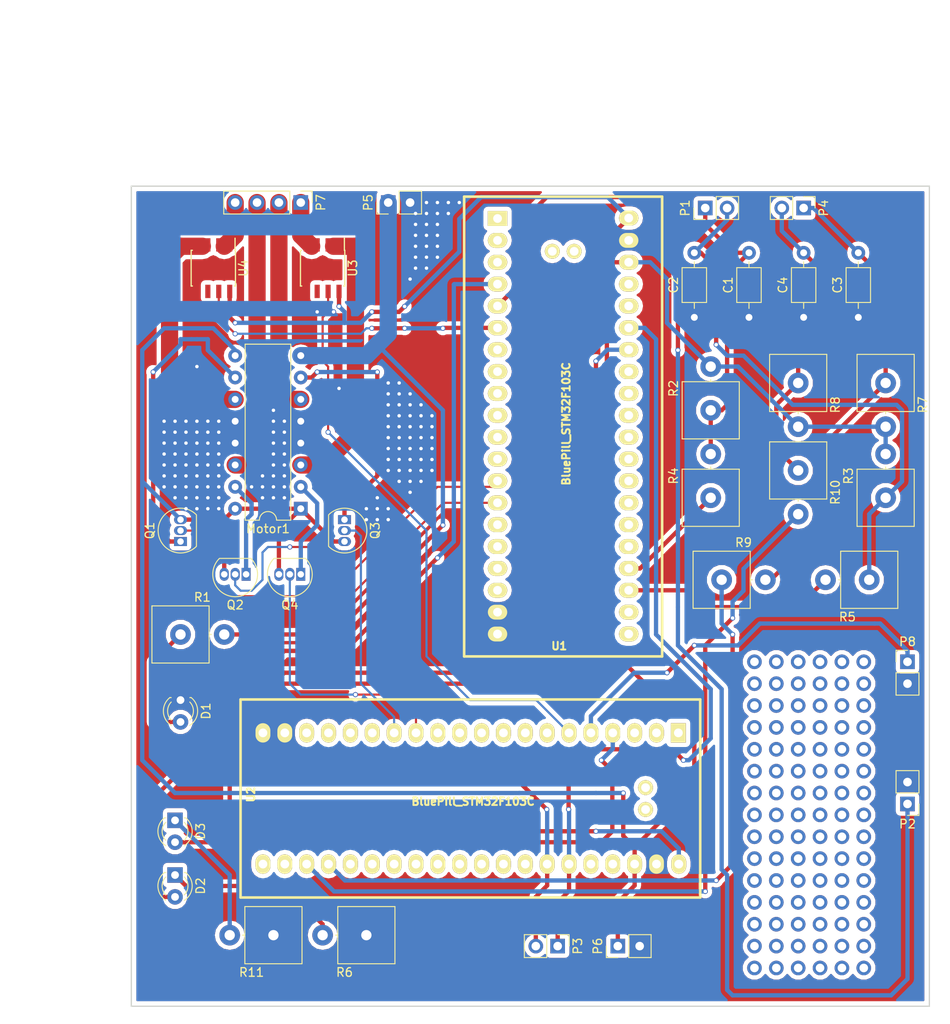
<source format=kicad_pcb>
(kicad_pcb (version 4) (host pcbnew 4.0.7)
  (layers (0 F.Cu signal) (31 B.Cu signal) (34 B.Paste user) (35 F.Paste user) (36 B.SilkS user) (37 F.SilkS user) (38 B.Mask user) (39 F.Mask user) (44 Edge.Cuts user))
  (net 0 "")
  (net 1 GND)
  (net 2 "Net-(C1-Pad2)")
  (net 3 "Net-(C2-Pad2)")
  (net 4 "Net-(C3-Pad2)")
  (net 5 "Net-(C4-Pad2)")
  (net 6 "Net-(D1-Pad2)")
  (net 7 "Net-(D2-Pad1)")
  (net 8 Stall_2)
  (net 9 "Net-(D3-Pad1)")
  (net 10 Stall_1)
  (net 11 5V)
  (net 12 M1:C1)
  (net 13 M2:C2)
  (net 14 M1:O1)
  (net 15 M2:O2)
  (net 16 M1:O2)
  (net 17 M2:O1)
  (net 18 M1:C2)
  (net 19 M2:C1)
  (net 20 VCC)
  (net 21 "Net-(Q1-Pad2)")
  (net 22 "Net-(Q2-Pad2)")
  (net 23 "Net-(Q3-Pad2)")
  (net 24 "Net-(Q4-Pad2)")
  (net 25 Rotary_Encoder_2B)
  (net 26 Rotary_Encoder_2A)
  (net 27 Rotary_Encoder_1B)
  (net 28 Rotary_Encoder_1A)
  (net 29 "Net-(U1-Pad1)")
  (net 30 "Net-(U1-Pad2)")
  (net 31 "Net-(U1-Pad3)")
  (net 32 Limit2)
  (net 33 M2:Current)
  (net 34 "Net-(U1-Pad7)")
  (net 35 "Net-(U1-Pad8)")
  (net 36 "Net-(U1-Pad9)")
  (net 37 "Net-(U1-Pad10)")
  (net 38 "Net-(U1-Pad11)")
  (net 39 "Net-(U1-Pad12)")
  (net 40 "Net-(U1-Pad15)")
  (net 41 "Net-(U1-Pad16)")
  (net 42 "Net-(U1-Pad17)")
  (net 43 "Net-(U1-Pad18)")
  (net 44 "Net-(U1-Pad21)")
  (net 45 "Net-(U1-Pad22)")
  (net 46 "Net-(U1-Pad25)")
  (net 47 "Net-(U1-Pad26)")
  (net 48 "Net-(U1-Pad27)")
  (net 49 "Net-(U1-Pad28)")
  (net 50 "Net-(U1-Pad29)")
  (net 51 "Net-(U1-Pad30)")
  (net 52 "Net-(U1-Pad31)")
  (net 53 "Net-(U1-Pad32)")
  (net 54 "Net-(U1-Pad33)")
  (net 55 SCL)
  (net 56 SDA)
  (net 57 "Net-(U1-Pad36)")
  (net 58 "Net-(U1-Pad37)")
  (net 59 3.3v)
  (net 60 "Net-(U1-Pad41)")
  (net 61 "Net-(U1-Pad42)")
  (net 62 "Net-(U2-Pad1)")
  (net 63 "Net-(U2-Pad2)")
  (net 64 "Net-(U2-Pad3)")
  (net 65 Limit1)
  (net 66 M1:Current)
  (net 67 "Net-(U2-Pad7)")
  (net 68 "Net-(U2-Pad8)")
  (net 69 "Net-(U2-Pad9)")
  (net 70 "Net-(U2-Pad10)")
  (net 71 "Net-(U2-Pad11)")
  (net 72 "Net-(U2-Pad12)")
  (net 73 "Net-(U2-Pad15)")
  (net 74 "Net-(U2-Pad16)")
  (net 75 "Net-(U2-Pad17)")
  (net 76 "Net-(U2-Pad18)")
  (net 77 "Net-(U2-Pad21)")
  (net 78 "Net-(U2-Pad22)")
  (net 79 "Net-(U2-Pad25)")
  (net 80 "Net-(U2-Pad26)")
  (net 81 "Net-(U2-Pad27)")
  (net 82 "Net-(U2-Pad28)")
  (net 83 "Net-(U2-Pad29)")
  (net 84 "Net-(U2-Pad30)")
  (net 85 "Net-(U2-Pad31)")
  (net 86 "Net-(U2-Pad32)")
  (net 87 "Net-(U2-Pad33)")
  (net 88 "Net-(U2-Pad36)")
  (net 89 "Net-(U2-Pad37)")
  (net 90 "Net-(U2-Pad41)")
  (net 91 "Net-(U2-Pad42)")
  (net 92 "Net-(P7-Pad1)")
  (net 93 "Net-(U3-Pad6)")
  (net 94 "Net-(P7-Pad4)")
  (net 95 "Net-(U4-Pad6)")
  (module Pin_Headers:Pin_Header_Straight_1x01_Pitch2.54mm (layer F.Cu) (at 130.175 149.86)
    (fp_text reference REF** hide)
    (fp_text value Pin_Header_Straight_1x01_Pitch2.54mm hide)
    (pad 1 thru_hole circle (at 0 0) (size 1.7 1.7) (drill 1) (layers *.Cu *.Mask))
  )
  (module Pin_Headers:Pin_Header_Straight_1x01_Pitch2.54mm (layer F.Cu) (at 127.635 149.86)
    (fp_text reference REF** hide)
    (fp_text value Pin_Header_Straight_1x01_Pitch2.54mm hide)
    (pad 1 thru_hole circle (at 0 0) (size 1.7 1.7) (drill 1) (layers *.Cu *.Mask))
  )
  (module Pin_Headers:Pin_Header_Straight_1x01_Pitch2.54mm (layer F.Cu) (at 125.095 149.86)
    (fp_text reference REF** hide)
    (fp_text value Pin_Header_Straight_1x01_Pitch2.54mm hide)
    (pad 1 thru_hole circle (at 0 0) (size 1.7 1.7) (drill 1) (layers *.Cu *.Mask))
  )
  (module Pin_Headers:Pin_Header_Straight_1x01_Pitch2.54mm (layer F.Cu) (at 122.555 149.86)
    (fp_text reference REF** hide)
    (fp_text value Pin_Header_Straight_1x01_Pitch2.54mm hide)
    (pad 1 thru_hole circle (at 0 0) (size 1.7 1.7) (drill 1) (layers *.Cu *.Mask))
  )
  (module Pin_Headers:Pin_Header_Straight_1x01_Pitch2.54mm (layer F.Cu) (at 120.015 149.86)
    (fp_text reference REF** hide)
    (fp_text value Pin_Header_Straight_1x01_Pitch2.54mm hide)
    (pad 1 thru_hole circle (at 0 0) (size 1.7 1.7) (drill 1) (layers *.Cu *.Mask))
  )
  (module Pin_Headers:Pin_Header_Straight_1x01_Pitch2.54mm (layer F.Cu) (at 117.475 149.86)
    (fp_text reference REF** hide)
    (fp_text value Pin_Header_Straight_1x01_Pitch2.54mm hide)
    (pad 1 thru_hole circle (at 0 0) (size 1.7 1.7) (drill 1) (layers *.Cu *.Mask))
  )
  (module Pin_Headers:Pin_Header_Straight_1x01_Pitch2.54mm (layer F.Cu) (at 130.175 147.32)
    (fp_text reference REF** hide)
    (fp_text value Pin_Header_Straight_1x01_Pitch2.54mm hide)
    (pad 1 thru_hole circle (at 0 0) (size 1.7 1.7) (drill 1) (layers *.Cu *.Mask))
  )
  (module Pin_Headers:Pin_Header_Straight_1x01_Pitch2.54mm (layer F.Cu) (at 127.635 147.32)
    (fp_text reference REF** hide)
    (fp_text value Pin_Header_Straight_1x01_Pitch2.54mm hide)
    (pad 1 thru_hole circle (at 0 0) (size 1.7 1.7) (drill 1) (layers *.Cu *.Mask))
  )
  (module Pin_Headers:Pin_Header_Straight_1x01_Pitch2.54mm (layer F.Cu) (at 125.095 147.32)
    (fp_text reference REF** hide)
    (fp_text value Pin_Header_Straight_1x01_Pitch2.54mm hide)
    (pad 1 thru_hole circle (at 0 0) (size 1.7 1.7) (drill 1) (layers *.Cu *.Mask))
  )
  (module Pin_Headers:Pin_Header_Straight_1x01_Pitch2.54mm (layer F.Cu) (at 122.555 147.32)
    (fp_text reference REF** hide)
    (fp_text value Pin_Header_Straight_1x01_Pitch2.54mm hide)
    (pad 1 thru_hole circle (at 0 0) (size 1.7 1.7) (drill 1) (layers *.Cu *.Mask))
  )
  (module Pin_Headers:Pin_Header_Straight_1x01_Pitch2.54mm (layer F.Cu) (at 120.015 147.32)
    (fp_text reference REF** hide)
    (fp_text value Pin_Header_Straight_1x01_Pitch2.54mm hide)
    (pad 1 thru_hole circle (at 0 0) (size 1.7 1.7) (drill 1) (layers *.Cu *.Mask))
  )
  (module Pin_Headers:Pin_Header_Straight_1x01_Pitch2.54mm (layer F.Cu) (at 117.475 147.32)
    (fp_text reference REF** hide)
    (fp_text value Pin_Header_Straight_1x01_Pitch2.54mm hide)
    (pad 1 thru_hole circle (at 0 0) (size 1.7 1.7) (drill 1) (layers *.Cu *.Mask))
  )
  (module Pin_Headers:Pin_Header_Straight_1x01_Pitch2.54mm (layer F.Cu) (at 130.175 144.78)
    (fp_text reference REF** hide)
    (fp_text value Pin_Header_Straight_1x01_Pitch2.54mm hide)
    (pad 1 thru_hole circle (at 0 0) (size 1.7 1.7) (drill 1) (layers *.Cu *.Mask))
  )
  (module Pin_Headers:Pin_Header_Straight_1x01_Pitch2.54mm (layer F.Cu) (at 127.635 144.78)
    (fp_text reference REF** hide)
    (fp_text value Pin_Header_Straight_1x01_Pitch2.54mm hide)
    (pad 1 thru_hole circle (at 0 0) (size 1.7 1.7) (drill 1) (layers *.Cu *.Mask))
  )
  (module Pin_Headers:Pin_Header_Straight_1x01_Pitch2.54mm (layer F.Cu) (at 125.095 144.78)
    (fp_text reference REF** hide)
    (fp_text value Pin_Header_Straight_1x01_Pitch2.54mm hide)
    (pad 1 thru_hole circle (at 0 0) (size 1.7 1.7) (drill 1) (layers *.Cu *.Mask))
  )
  (module Pin_Headers:Pin_Header_Straight_1x01_Pitch2.54mm (layer F.Cu) (at 122.555 144.78)
    (fp_text reference REF** hide)
    (fp_text value Pin_Header_Straight_1x01_Pitch2.54mm hide)
    (pad 1 thru_hole circle (at 0 0) (size 1.7 1.7) (drill 1) (layers *.Cu *.Mask))
  )
  (module Pin_Headers:Pin_Header_Straight_1x01_Pitch2.54mm (layer F.Cu) (at 120.015 144.78)
    (fp_text reference REF** hide)
    (fp_text value Pin_Header_Straight_1x01_Pitch2.54mm hide)
    (pad 1 thru_hole circle (at 0 0) (size 1.7 1.7) (drill 1) (layers *.Cu *.Mask))
  )
  (module Pin_Headers:Pin_Header_Straight_1x01_Pitch2.54mm (layer F.Cu) (at 117.475 144.78)
    (fp_text reference REF** hide)
    (fp_text value Pin_Header_Straight_1x01_Pitch2.54mm hide)
    (pad 1 thru_hole circle (at 0 0) (size 1.7 1.7) (drill 1) (layers *.Cu *.Mask))
  )
  (module Pin_Headers:Pin_Header_Straight_1x01_Pitch2.54mm (layer F.Cu) (at 130.175 142.24)
    (fp_text reference REF** hide)
    (fp_text value Pin_Header_Straight_1x01_Pitch2.54mm hide)
    (pad 1 thru_hole circle (at 0 0) (size 1.7 1.7) (drill 1) (layers *.Cu *.Mask))
  )
  (module Pin_Headers:Pin_Header_Straight_1x01_Pitch2.54mm (layer F.Cu) (at 127.635 142.24)
    (fp_text reference REF** hide)
    (fp_text value Pin_Header_Straight_1x01_Pitch2.54mm hide)
    (pad 1 thru_hole circle (at 0 0) (size 1.7 1.7) (drill 1) (layers *.Cu *.Mask))
  )
  (module Pin_Headers:Pin_Header_Straight_1x01_Pitch2.54mm (layer F.Cu) (at 125.095 142.24)
    (fp_text reference REF** hide)
    (fp_text value Pin_Header_Straight_1x01_Pitch2.54mm hide)
    (pad 1 thru_hole circle (at 0 0) (size 1.7 1.7) (drill 1) (layers *.Cu *.Mask))
  )
  (module Pin_Headers:Pin_Header_Straight_1x01_Pitch2.54mm (layer F.Cu) (at 122.555 142.24)
    (fp_text reference REF** hide)
    (fp_text value Pin_Header_Straight_1x01_Pitch2.54mm hide)
    (pad 1 thru_hole circle (at 0 0) (size 1.7 1.7) (drill 1) (layers *.Cu *.Mask))
  )
  (module Pin_Headers:Pin_Header_Straight_1x01_Pitch2.54mm (layer F.Cu) (at 120.015 142.24)
    (fp_text reference REF** hide)
    (fp_text value Pin_Header_Straight_1x01_Pitch2.54mm hide)
    (pad 1 thru_hole circle (at 0 0) (size 1.7 1.7) (drill 1) (layers *.Cu *.Mask))
  )
  (module Pin_Headers:Pin_Header_Straight_1x01_Pitch2.54mm (layer F.Cu) (at 117.475 142.24)
    (fp_text reference REF** hide)
    (fp_text value Pin_Header_Straight_1x01_Pitch2.54mm hide)
    (pad 1 thru_hole circle (at 0 0) (size 1.7 1.7) (drill 1) (layers *.Cu *.Mask))
  )
  (module Pin_Headers:Pin_Header_Straight_1x01_Pitch2.54mm (layer F.Cu) (at 130.175 139.7)
    (fp_text reference REF** hide)
    (fp_text value Pin_Header_Straight_1x01_Pitch2.54mm hide)
    (pad 1 thru_hole circle (at 0 0) (size 1.7 1.7) (drill 1) (layers *.Cu *.Mask))
  )
  (module Pin_Headers:Pin_Header_Straight_1x01_Pitch2.54mm (layer F.Cu) (at 127.635 139.7)
    (fp_text reference REF** hide)
    (fp_text value Pin_Header_Straight_1x01_Pitch2.54mm hide)
    (pad 1 thru_hole circle (at 0 0) (size 1.7 1.7) (drill 1) (layers *.Cu *.Mask))
  )
  (module Pin_Headers:Pin_Header_Straight_1x01_Pitch2.54mm (layer F.Cu) (at 125.095 139.7)
    (fp_text reference REF** hide)
    (fp_text value Pin_Header_Straight_1x01_Pitch2.54mm hide)
    (pad 1 thru_hole circle (at 0 0) (size 1.7 1.7) (drill 1) (layers *.Cu *.Mask))
  )
  (module Pin_Headers:Pin_Header_Straight_1x01_Pitch2.54mm (layer F.Cu) (at 122.555 139.7)
    (fp_text reference REF** hide)
    (fp_text value Pin_Header_Straight_1x01_Pitch2.54mm hide)
    (pad 1 thru_hole circle (at 0 0) (size 1.7 1.7) (drill 1) (layers *.Cu *.Mask))
  )
  (module Pin_Headers:Pin_Header_Straight_1x01_Pitch2.54mm (layer F.Cu) (at 120.015 139.7)
    (fp_text reference REF** hide)
    (fp_text value Pin_Header_Straight_1x01_Pitch2.54mm hide)
    (pad 1 thru_hole circle (at 0 0) (size 1.7 1.7) (drill 1) (layers *.Cu *.Mask))
  )
  (module Pin_Headers:Pin_Header_Straight_1x01_Pitch2.54mm (layer F.Cu) (at 117.475 139.7)
    (fp_text reference REF** hide)
    (fp_text value Pin_Header_Straight_1x01_Pitch2.54mm hide)
    (pad 1 thru_hole circle (at 0 0) (size 1.7 1.7) (drill 1) (layers *.Cu *.Mask))
  )
  (module Pin_Headers:Pin_Header_Straight_1x01_Pitch2.54mm (layer F.Cu) (at 130.175 137.16)
    (fp_text reference REF** hide)
    (fp_text value Pin_Header_Straight_1x01_Pitch2.54mm hide)
    (pad 1 thru_hole circle (at 0 0) (size 1.7 1.7) (drill 1) (layers *.Cu *.Mask))
  )
  (module Pin_Headers:Pin_Header_Straight_1x01_Pitch2.54mm (layer F.Cu) (at 127.635 137.16)
    (fp_text reference REF** hide)
    (fp_text value Pin_Header_Straight_1x01_Pitch2.54mm hide)
    (pad 1 thru_hole circle (at 0 0) (size 1.7 1.7) (drill 1) (layers *.Cu *.Mask))
  )
  (module Pin_Headers:Pin_Header_Straight_1x01_Pitch2.54mm (layer F.Cu) (at 125.095 137.16)
    (fp_text reference REF** hide)
    (fp_text value Pin_Header_Straight_1x01_Pitch2.54mm hide)
    (pad 1 thru_hole circle (at 0 0) (size 1.7 1.7) (drill 1) (layers *.Cu *.Mask))
  )
  (module Pin_Headers:Pin_Header_Straight_1x01_Pitch2.54mm (layer F.Cu) (at 122.555 137.16)
    (fp_text reference REF** hide)
    (fp_text value Pin_Header_Straight_1x01_Pitch2.54mm hide)
    (pad 1 thru_hole circle (at 0 0) (size 1.7 1.7) (drill 1) (layers *.Cu *.Mask))
  )
  (module Pin_Headers:Pin_Header_Straight_1x01_Pitch2.54mm (layer F.Cu) (at 120.015 137.16)
    (fp_text reference REF** hide)
    (fp_text value Pin_Header_Straight_1x01_Pitch2.54mm hide)
    (pad 1 thru_hole circle (at 0 0) (size 1.7 1.7) (drill 1) (layers *.Cu *.Mask))
  )
  (module Pin_Headers:Pin_Header_Straight_1x01_Pitch2.54mm (layer F.Cu) (at 117.475 137.16)
    (fp_text reference REF** hide)
    (fp_text value Pin_Header_Straight_1x01_Pitch2.54mm hide)
    (pad 1 thru_hole circle (at 0 0) (size 1.7 1.7) (drill 1) (layers *.Cu *.Mask))
  )
  (module Pin_Headers:Pin_Header_Straight_1x01_Pitch2.54mm (layer F.Cu) (at 130.175 134.62)
    (fp_text reference REF** hide)
    (fp_text value Pin_Header_Straight_1x01_Pitch2.54mm hide)
    (pad 1 thru_hole circle (at 0 0) (size 1.7 1.7) (drill 1) (layers *.Cu *.Mask))
  )
  (module Pin_Headers:Pin_Header_Straight_1x01_Pitch2.54mm (layer F.Cu) (at 127.635 134.62)
    (fp_text reference REF** hide)
    (fp_text value Pin_Header_Straight_1x01_Pitch2.54mm hide)
    (pad 1 thru_hole circle (at 0 0) (size 1.7 1.7) (drill 1) (layers *.Cu *.Mask))
  )
  (module Pin_Headers:Pin_Header_Straight_1x01_Pitch2.54mm (layer F.Cu) (at 125.095 134.62)
    (fp_text reference REF** hide)
    (fp_text value Pin_Header_Straight_1x01_Pitch2.54mm hide)
    (pad 1 thru_hole circle (at 0 0) (size 1.7 1.7) (drill 1) (layers *.Cu *.Mask))
  )
  (module Pin_Headers:Pin_Header_Straight_1x01_Pitch2.54mm (layer F.Cu) (at 122.555 134.62)
    (fp_text reference REF** hide)
    (fp_text value Pin_Header_Straight_1x01_Pitch2.54mm hide)
    (pad 1 thru_hole circle (at 0 0) (size 1.7 1.7) (drill 1) (layers *.Cu *.Mask))
  )
  (module Pin_Headers:Pin_Header_Straight_1x01_Pitch2.54mm (layer F.Cu) (at 120.015 134.62)
    (fp_text reference REF** hide)
    (fp_text value Pin_Header_Straight_1x01_Pitch2.54mm hide)
    (pad 1 thru_hole circle (at 0 0) (size 1.7 1.7) (drill 1) (layers *.Cu *.Mask))
  )
  (module Pin_Headers:Pin_Header_Straight_1x01_Pitch2.54mm (layer F.Cu) (at 117.475 134.62)
    (fp_text reference REF** hide)
    (fp_text value Pin_Header_Straight_1x01_Pitch2.54mm hide)
    (pad 1 thru_hole circle (at 0 0) (size 1.7 1.7) (drill 1) (layers *.Cu *.Mask))
  )
  (module Pin_Headers:Pin_Header_Straight_1x01_Pitch2.54mm (layer F.Cu) (at 130.175 132.08)
    (fp_text reference REF** hide)
    (fp_text value Pin_Header_Straight_1x01_Pitch2.54mm hide)
    (pad 1 thru_hole circle (at 0 0) (size 1.7 1.7) (drill 1) (layers *.Cu *.Mask))
  )
  (module Pin_Headers:Pin_Header_Straight_1x01_Pitch2.54mm (layer F.Cu) (at 127.635 132.08)
    (fp_text reference REF** hide)
    (fp_text value Pin_Header_Straight_1x01_Pitch2.54mm hide)
    (pad 1 thru_hole circle (at 0 0) (size 1.7 1.7) (drill 1) (layers *.Cu *.Mask))
  )
  (module Pin_Headers:Pin_Header_Straight_1x01_Pitch2.54mm (layer F.Cu) (at 125.095 132.08)
    (fp_text reference REF** hide)
    (fp_text value Pin_Header_Straight_1x01_Pitch2.54mm hide)
    (pad 1 thru_hole circle (at 0 0) (size 1.7 1.7) (drill 1) (layers *.Cu *.Mask))
  )
  (module Pin_Headers:Pin_Header_Straight_1x01_Pitch2.54mm (layer F.Cu) (at 122.555 132.08)
    (fp_text reference REF** hide)
    (fp_text value Pin_Header_Straight_1x01_Pitch2.54mm hide)
    (pad 1 thru_hole circle (at 0 0) (size 1.7 1.7) (drill 1) (layers *.Cu *.Mask))
  )
  (module Pin_Headers:Pin_Header_Straight_1x01_Pitch2.54mm (layer F.Cu) (at 120.015 132.08)
    (fp_text reference REF** hide)
    (fp_text value Pin_Header_Straight_1x01_Pitch2.54mm hide)
    (pad 1 thru_hole circle (at 0 0) (size 1.7 1.7) (drill 1) (layers *.Cu *.Mask))
  )
  (module Pin_Headers:Pin_Header_Straight_1x01_Pitch2.54mm (layer F.Cu) (at 117.475 132.08)
    (fp_text reference REF** hide)
    (fp_text value Pin_Header_Straight_1x01_Pitch2.54mm hide)
    (pad 1 thru_hole circle (at 0 0) (size 1.7 1.7) (drill 1) (layers *.Cu *.Mask))
  )
  (module Pin_Headers:Pin_Header_Straight_1x01_Pitch2.54mm (layer F.Cu) (at 130.175 129.54)
    (fp_text reference REF** hide)
    (fp_text value Pin_Header_Straight_1x01_Pitch2.54mm hide)
    (pad 1 thru_hole circle (at 0 0) (size 1.7 1.7) (drill 1) (layers *.Cu *.Mask))
  )
  (module Pin_Headers:Pin_Header_Straight_1x01_Pitch2.54mm (layer F.Cu) (at 127.635 129.54)
    (fp_text reference REF** hide)
    (fp_text value Pin_Header_Straight_1x01_Pitch2.54mm hide)
    (pad 1 thru_hole circle (at 0 0) (size 1.7 1.7) (drill 1) (layers *.Cu *.Mask))
  )
  (module Pin_Headers:Pin_Header_Straight_1x01_Pitch2.54mm (layer F.Cu) (at 125.095 129.54)
    (fp_text reference REF** hide)
    (fp_text value Pin_Header_Straight_1x01_Pitch2.54mm hide)
    (pad 1 thru_hole circle (at 0 0) (size 1.7 1.7) (drill 1) (layers *.Cu *.Mask))
  )
  (module Pin_Headers:Pin_Header_Straight_1x01_Pitch2.54mm (layer F.Cu) (at 122.555 129.54)
    (fp_text reference REF** hide)
    (fp_text value Pin_Header_Straight_1x01_Pitch2.54mm hide)
    (pad 1 thru_hole circle (at 0 0) (size 1.7 1.7) (drill 1) (layers *.Cu *.Mask))
  )
  (module Pin_Headers:Pin_Header_Straight_1x01_Pitch2.54mm (layer F.Cu) (at 120.015 129.54)
    (fp_text reference REF** hide)
    (fp_text value Pin_Header_Straight_1x01_Pitch2.54mm hide)
    (pad 1 thru_hole circle (at 0 0) (size 1.7 1.7) (drill 1) (layers *.Cu *.Mask))
  )
  (module Pin_Headers:Pin_Header_Straight_1x01_Pitch2.54mm (layer F.Cu) (at 117.475 129.54)
    (fp_text reference REF** hide)
    (fp_text value Pin_Header_Straight_1x01_Pitch2.54mm hide)
    (pad 1 thru_hole circle (at 0 0) (size 1.7 1.7) (drill 1) (layers *.Cu *.Mask))
  )
  (module Pin_Headers:Pin_Header_Straight_1x01_Pitch2.54mm (layer F.Cu) (at 130.175 127)
    (fp_text reference REF** hide)
    (fp_text value Pin_Header_Straight_1x01_Pitch2.54mm hide)
    (pad 1 thru_hole circle (at 0 0) (size 1.7 1.7) (drill 1) (layers *.Cu *.Mask))
  )
  (module Pin_Headers:Pin_Header_Straight_1x01_Pitch2.54mm (layer F.Cu) (at 127.635 127)
    (fp_text reference REF** hide)
    (fp_text value Pin_Header_Straight_1x01_Pitch2.54mm hide)
    (pad 1 thru_hole circle (at 0 0) (size 1.7 1.7) (drill 1) (layers *.Cu *.Mask))
  )
  (module Pin_Headers:Pin_Header_Straight_1x01_Pitch2.54mm (layer F.Cu) (at 125.095 127)
    (fp_text reference REF** hide)
    (fp_text value Pin_Header_Straight_1x01_Pitch2.54mm hide)
    (pad 1 thru_hole circle (at 0 0) (size 1.7 1.7) (drill 1) (layers *.Cu *.Mask))
  )
  (module Pin_Headers:Pin_Header_Straight_1x01_Pitch2.54mm (layer F.Cu) (at 122.555 127)
    (fp_text reference REF** hide)
    (fp_text value Pin_Header_Straight_1x01_Pitch2.54mm hide)
    (pad 1 thru_hole circle (at 0 0) (size 1.7 1.7) (drill 1) (layers *.Cu *.Mask))
  )
  (module Pin_Headers:Pin_Header_Straight_1x01_Pitch2.54mm (layer F.Cu) (at 120.015 127)
    (fp_text reference REF** hide)
    (fp_text value Pin_Header_Straight_1x01_Pitch2.54mm hide)
    (pad 1 thru_hole circle (at 0 0) (size 1.7 1.7) (drill 1) (layers *.Cu *.Mask))
  )
  (module Pin_Headers:Pin_Header_Straight_1x01_Pitch2.54mm (layer F.Cu) (at 117.475 127)
    (fp_text reference REF** hide)
    (fp_text value Pin_Header_Straight_1x01_Pitch2.54mm hide)
    (pad 1 thru_hole circle (at 0 0) (size 1.7 1.7) (drill 1) (layers *.Cu *.Mask))
  )
  (module Pin_Headers:Pin_Header_Straight_1x01_Pitch2.54mm (layer F.Cu) (at 130.175 124.46)
    (fp_text reference REF** hide)
    (fp_text value Pin_Header_Straight_1x01_Pitch2.54mm hide)
    (pad 1 thru_hole circle (at 0 0) (size 1.7 1.7) (drill 1) (layers *.Cu *.Mask))
  )
  (module Pin_Headers:Pin_Header_Straight_1x01_Pitch2.54mm (layer F.Cu) (at 127.635 124.46)
    (fp_text reference REF** hide)
    (fp_text value Pin_Header_Straight_1x01_Pitch2.54mm hide)
    (pad 1 thru_hole circle (at 0 0) (size 1.7 1.7) (drill 1) (layers *.Cu *.Mask))
  )
  (module Pin_Headers:Pin_Header_Straight_1x01_Pitch2.54mm (layer F.Cu) (at 125.095 124.46)
    (fp_text reference REF** hide)
    (fp_text value Pin_Header_Straight_1x01_Pitch2.54mm hide)
    (pad 1 thru_hole circle (at 0 0) (size 1.7 1.7) (drill 1) (layers *.Cu *.Mask))
  )
  (module Pin_Headers:Pin_Header_Straight_1x01_Pitch2.54mm (layer F.Cu) (at 122.555 124.46)
    (fp_text reference REF** hide)
    (fp_text value Pin_Header_Straight_1x01_Pitch2.54mm hide)
    (pad 1 thru_hole circle (at 0 0) (size 1.7 1.7) (drill 1) (layers *.Cu *.Mask))
  )
  (module Pin_Headers:Pin_Header_Straight_1x01_Pitch2.54mm (layer F.Cu) (at 120.015 124.46)
    (fp_text reference REF** hide)
    (fp_text value Pin_Header_Straight_1x01_Pitch2.54mm hide)
    (pad 1 thru_hole circle (at 0 0) (size 1.7 1.7) (drill 1) (layers *.Cu *.Mask))
  )
  (module Pin_Headers:Pin_Header_Straight_1x01_Pitch2.54mm (layer F.Cu) (at 117.475 124.46)
    (fp_text reference REF** hide)
    (fp_text value Pin_Header_Straight_1x01_Pitch2.54mm hide)
    (pad 1 thru_hole circle (at 0 0) (size 1.7 1.7) (drill 1) (layers *.Cu *.Mask))
  )
  (module Pin_Headers:Pin_Header_Straight_1x01_Pitch2.54mm (layer F.Cu) (at 130.175 121.92)
    (fp_text reference REF** hide)
    (fp_text value Pin_Header_Straight_1x01_Pitch2.54mm hide)
    (pad 1 thru_hole circle (at 0 0) (size 1.7 1.7) (drill 1) (layers *.Cu *.Mask))
  )
  (module Pin_Headers:Pin_Header_Straight_1x01_Pitch2.54mm (layer F.Cu) (at 127.635 121.92)
    (fp_text reference REF** hide)
    (fp_text value Pin_Header_Straight_1x01_Pitch2.54mm hide)
    (pad 1 thru_hole circle (at 0 0) (size 1.7 1.7) (drill 1) (layers *.Cu *.Mask))
  )
  (module Pin_Headers:Pin_Header_Straight_1x01_Pitch2.54mm (layer F.Cu) (at 125.095 121.92)
    (fp_text reference REF** hide)
    (fp_text value Pin_Header_Straight_1x01_Pitch2.54mm hide)
    (pad 1 thru_hole circle (at 0 0) (size 1.7 1.7) (drill 1) (layers *.Cu *.Mask))
  )
  (module Pin_Headers:Pin_Header_Straight_1x01_Pitch2.54mm (layer F.Cu) (at 122.555 121.92)
    (fp_text reference REF** hide)
    (fp_text value Pin_Header_Straight_1x01_Pitch2.54mm hide)
    (pad 1 thru_hole circle (at 0 0) (size 1.7 1.7) (drill 1) (layers *.Cu *.Mask))
  )
  (module Pin_Headers:Pin_Header_Straight_1x01_Pitch2.54mm (layer F.Cu) (at 120.015 121.92)
    (fp_text reference REF** hide)
    (fp_text value Pin_Header_Straight_1x01_Pitch2.54mm hide)
    (pad 1 thru_hole circle (at 0 0) (size 1.7 1.7) (drill 1) (layers *.Cu *.Mask))
  )
  (module Pin_Headers:Pin_Header_Straight_1x01_Pitch2.54mm (layer F.Cu) (at 117.475 121.92)
    (fp_text reference REF** hide)
    (fp_text value Pin_Header_Straight_1x01_Pitch2.54mm hide)
    (pad 1 thru_hole circle (at 0 0) (size 1.7 1.7) (drill 1) (layers *.Cu *.Mask))
  )
  (module Pin_Headers:Pin_Header_Straight_1x01_Pitch2.54mm (layer F.Cu) (at 130.175 119.38)
    (fp_text reference REF** hide)
    (fp_text value Pin_Header_Straight_1x01_Pitch2.54mm hide)
    (pad 1 thru_hole circle (at 0 0) (size 1.7 1.7) (drill 1) (layers *.Cu *.Mask))
  )
  (module Pin_Headers:Pin_Header_Straight_1x01_Pitch2.54mm (layer F.Cu) (at 127.635 119.38)
    (fp_text reference REF** hide)
    (fp_text value Pin_Header_Straight_1x01_Pitch2.54mm hide)
    (pad 1 thru_hole circle (at 0 0) (size 1.7 1.7) (drill 1) (layers *.Cu *.Mask))
  )
  (module Pin_Headers:Pin_Header_Straight_1x01_Pitch2.54mm (layer F.Cu) (at 125.095 119.38)
    (fp_text reference REF** hide)
    (fp_text value Pin_Header_Straight_1x01_Pitch2.54mm hide)
    (pad 1 thru_hole circle (at 0 0) (size 1.7 1.7) (drill 1) (layers *.Cu *.Mask))
  )
  (module Pin_Headers:Pin_Header_Straight_1x01_Pitch2.54mm (layer F.Cu) (at 122.555 119.38)
    (fp_text reference REF** hide)
    (fp_text value Pin_Header_Straight_1x01_Pitch2.54mm hide)
    (pad 1 thru_hole circle (at 0 0) (size 1.7 1.7) (drill 1) (layers *.Cu *.Mask))
  )
  (module Pin_Headers:Pin_Header_Straight_1x01_Pitch2.54mm (layer F.Cu) (at 120.015 119.38)
    (fp_text reference REF** hide)
    (fp_text value Pin_Header_Straight_1x01_Pitch2.54mm hide)
    (pad 1 thru_hole circle (at 0 0) (size 1.7 1.7) (drill 1) (layers *.Cu *.Mask))
  )
  (module Pin_Headers:Pin_Header_Straight_1x01_Pitch2.54mm (layer F.Cu) (at 117.475 119.38)
    (fp_text reference REF** hide)
    (fp_text value Pin_Header_Straight_1x01_Pitch2.54mm hide)
    (pad 1 thru_hole circle (at 0 0) (size 1.7 1.7) (drill 1) (layers *.Cu *.Mask))
  )
  (module Pin_Headers:Pin_Header_Straight_1x01_Pitch2.54mm (layer F.Cu) (at 130.175 116.84)
    (fp_text reference REF** hide)
    (fp_text value Pin_Header_Straight_1x01_Pitch2.54mm hide)
    (pad 1 thru_hole circle (at 0 0) (size 1.7 1.7) (drill 1) (layers *.Cu *.Mask))
  )
  (module Pin_Headers:Pin_Header_Straight_1x01_Pitch2.54mm (layer F.Cu) (at 127.635 116.84)
    (fp_text reference REF** hide)
    (fp_text value Pin_Header_Straight_1x01_Pitch2.54mm hide)
    (pad 1 thru_hole circle (at 0 0) (size 1.7 1.7) (drill 1) (layers *.Cu *.Mask))
  )
  (module Pin_Headers:Pin_Header_Straight_1x01_Pitch2.54mm (layer F.Cu) (at 125.095 116.84)
    (fp_text reference REF** hide)
    (fp_text value Pin_Header_Straight_1x01_Pitch2.54mm hide)
    (pad 1 thru_hole circle (at 0 0) (size 1.7 1.7) (drill 1) (layers *.Cu *.Mask))
  )
  (module Pin_Headers:Pin_Header_Straight_1x01_Pitch2.54mm (layer F.Cu) (at 122.555 116.84)
    (fp_text reference REF** hide)
    (fp_text value Pin_Header_Straight_1x01_Pitch2.54mm hide)
    (pad 1 thru_hole circle (at 0 0) (size 1.7 1.7) (drill 1) (layers *.Cu *.Mask))
  )
  (module Pin_Headers:Pin_Header_Straight_1x01_Pitch2.54mm (layer F.Cu) (at 120.015 116.84)
    (fp_text reference REF** hide)
    (fp_text value Pin_Header_Straight_1x01_Pitch2.54mm hide)
    (pad 1 thru_hole circle (at 0 0) (size 1.7 1.7) (drill 1) (layers *.Cu *.Mask))
  )
  (module Pin_Headers:Pin_Header_Straight_1x01_Pitch2.54mm (layer F.Cu) (at 117.475 116.84)
    (fp_text reference REF** hide)
    (fp_text value Pin_Header_Straight_1x01_Pitch2.54mm hide)
    (pad 1 thru_hole circle (at 0 0) (size 1.7 1.7) (drill 1) (layers *.Cu *.Mask))
  )
  (module Pin_Headers:Pin_Header_Straight_1x01_Pitch2.54mm (layer F.Cu) (at 130.175 114.3)
    (fp_text reference REF** hide)
    (fp_text value Pin_Header_Straight_1x01_Pitch2.54mm hide)
    (pad 1 thru_hole circle (at 0 0) (size 1.7 1.7) (drill 1) (layers *.Cu *.Mask))
  )
  (module Pin_Headers:Pin_Header_Straight_1x01_Pitch2.54mm (layer F.Cu) (at 127.635 114.3)
    (fp_text reference REF** hide)
    (fp_text value Pin_Header_Straight_1x01_Pitch2.54mm hide)
    (pad 1 thru_hole circle (at 0 0) (size 1.7 1.7) (drill 1) (layers *.Cu *.Mask))
  )
  (module Pin_Headers:Pin_Header_Straight_1x01_Pitch2.54mm (layer F.Cu) (at 125.095 114.3)
    (fp_text reference REF** hide)
    (fp_text value Pin_Header_Straight_1x01_Pitch2.54mm hide)
    (pad 1 thru_hole circle (at 0 0) (size 1.7 1.7) (drill 1) (layers *.Cu *.Mask))
  )
  (module Pin_Headers:Pin_Header_Straight_1x01_Pitch2.54mm (layer F.Cu) (at 122.555 114.3)
    (fp_text reference REF** hide)
    (fp_text value Pin_Header_Straight_1x01_Pitch2.54mm hide)
    (pad 1 thru_hole circle (at 0 0) (size 1.7 1.7) (drill 1) (layers *.Cu *.Mask))
  )
  (module Pin_Headers:Pin_Header_Straight_1x01_Pitch2.54mm (layer F.Cu) (at 120.015 114.3)
    (fp_text reference REF** hide)
    (fp_text value Pin_Header_Straight_1x01_Pitch2.54mm hide)
    (pad 1 thru_hole circle (at 0 0) (size 1.7 1.7) (drill 1) (layers *.Cu *.Mask))
  )
  (module Pin_Headers:Pin_Header_Straight_1x01_Pitch2.54mm (layer F.Cu) (at 117.475 114.3)
    (fp_text reference REF** hide)
    (fp_text value Pin_Header_Straight_1x01_Pitch2.54mm hide)
    (pad 1 thru_hole circle (at 0 0) (size 1.7 1.7) (drill 1) (layers *.Cu *.Mask))
  )
  (module BluePill_breakouts:BluePill_STM32F103C (layer F.Cu) (at 108.585 122.555 270)
    (fp_text reference U2 (at 7.1628 49.6062 450) (layer F.SilkS) (effects (font (size 0.889 0.889) (thickness 0.3048))))
    (fp_text value BluePill_STM32F103C (at 7.9756 23.7998 360) (layer F.SilkS) (effects (font (size 0.889 0.889) (thickness 0.22225))))
    (pad 1 thru_hole rect (at 0 -0.0508 180) (size 1.7272 2.25) (drill 1.016) (layers *.Cu *.Mask F.SilkS) (net 62 "Net-(U2-Pad1)"))
    (pad 2 thru_hole oval (at 0 2.4892 180) (size 1.7272 2.25) (drill 1.016) (layers *.Cu *.Mask F.SilkS) (net 63 "Net-(U2-Pad2)"))
    (pad 3 thru_hole oval (at 0 5.0292 180) (size 1.7272 2.25) (drill 1.016) (layers *.Cu *.Mask F.SilkS) (net 64 "Net-(U2-Pad3)"))
    (pad 4 thru_hole oval (at 0 7.5692 180) (size 1.7272 2.25) (drill 1.016) (layers *.Cu *.Mask F.SilkS) (net 10 Stall_1))
    (pad 5 thru_hole oval (at 0 10.1092 180) (size 1.7272 2.25) (drill 1.016) (layers *.Cu *.Mask F.SilkS) (net 65 Limit1))
    (pad 6 thru_hole oval (at 0 12.6492 180) (size 1.7272 2.25) (drill 1.016) (layers *.Cu *.Mask F.SilkS) (net 66 M1:Current))
    (pad 7 thru_hole oval (at 0 15.1892 180) (size 1.7272 2.25) (drill 1.016) (layers *.Cu *.Mask F.SilkS) (net 67 "Net-(U2-Pad7)"))
    (pad 8 thru_hole oval (at 0 17.7292 180) (size 1.7272 2.25) (drill 1.016) (layers *.Cu *.Mask F.SilkS) (net 68 "Net-(U2-Pad8)"))
    (pad 9 thru_hole oval (at 0 20.2692 180) (size 1.7272 2.25) (drill 1.016) (layers *.Cu *.Mask F.SilkS) (net 69 "Net-(U2-Pad9)"))
    (pad 10 thru_hole oval (at 0 22.8092 180) (size 1.7272 2.25) (drill 1.016) (layers *.Cu *.Mask F.SilkS) (net 70 "Net-(U2-Pad10)"))
    (pad 11 thru_hole oval (at 0 25.3492 180) (size 1.7272 2.25) (drill 1.016) (layers *.Cu *.Mask F.SilkS) (net 71 "Net-(U2-Pad11)"))
    (pad 12 thru_hole oval (at 0 27.8892 180) (size 1.7272 2.25) (drill 1.016) (layers *.Cu *.Mask F.SilkS) (net 72 "Net-(U2-Pad12)"))
    (pad 13 thru_hole oval (at 0 30.4292 180) (size 1.7272 2.25) (drill 1.016) (layers *.Cu *.Mask F.SilkS) (net 24 "Net-(Q4-Pad2)"))
    (pad 14 thru_hole oval (at 0 32.9692 180) (size 1.7272 2.25) (drill 1.016) (layers *.Cu *.Mask F.SilkS) (net 23 "Net-(Q3-Pad2)"))
    (pad 15 thru_hole oval (at 0 35.5092 180) (size 1.7272 2.25) (drill 1.016) (layers *.Cu *.Mask F.SilkS) (net 73 "Net-(U2-Pad15)"))
    (pad 16 thru_hole oval (at 0 38.0492 180) (size 1.7272 2.25) (drill 1.016) (layers *.Cu *.Mask F.SilkS) (net 74 "Net-(U2-Pad16)"))
    (pad 17 thru_hole oval (at 0 40.5892 180) (size 1.7272 2.25) (drill 1.016) (layers *.Cu *.Mask F.SilkS) (net 75 "Net-(U2-Pad17)"))
    (pad 18 thru_hole oval (at 0 43.1292 180) (size 1.7272 2.25) (drill 1.016) (layers *.Cu *.Mask F.SilkS) (net 76 "Net-(U2-Pad18)"))
    (pad 19 thru_hole oval (at 0 45.6692 180) (size 1.7272 2.25) (drill 1.016) (layers *.Cu *.Mask F.SilkS) (net 1 GND))
    (pad 20 thru_hole oval (at 0 48.2092 180) (size 1.7272 2.25) (drill 1.016) (layers *.Cu *.Mask F.SilkS) (net 1 GND))
    (pad 21 thru_hole oval (at 15.24 48.2092) (size 1.7272 2.25) (drill 1.016) (layers *.Cu *.Mask F.SilkS) (net 77 "Net-(U2-Pad21)"))
    (pad 22 thru_hole oval (at 15.24 45.6692) (size 1.7272 2.25) (drill 1.016) (layers *.Cu *.Mask F.SilkS) (net 78 "Net-(U2-Pad22)"))
    (pad 23 thru_hole oval (at 15.24 43.1292) (size 1.7272 2.25) (drill 1.016) (layers *.Cu *.Mask F.SilkS) (net 28 Rotary_Encoder_1A))
    (pad 24 thru_hole oval (at 15.24 40.5892) (size 1.7272 2.25) (drill 1.016) (layers *.Cu *.Mask F.SilkS) (net 27 Rotary_Encoder_1B))
    (pad 25 thru_hole oval (at 15.24 38.0492) (size 1.7272 2.25) (drill 1.016) (layers *.Cu *.Mask F.SilkS) (net 79 "Net-(U2-Pad25)"))
    (pad 26 thru_hole oval (at 15.24 35.5092) (size 1.7272 2.25) (drill 1.016) (layers *.Cu *.Mask F.SilkS) (net 80 "Net-(U2-Pad26)"))
    (pad 27 thru_hole oval (at 15.24 32.9692) (size 1.7272 2.25) (drill 1.016) (layers *.Cu *.Mask F.SilkS) (net 81 "Net-(U2-Pad27)"))
    (pad 28 thru_hole oval (at 15.24 30.4292) (size 1.7272 2.25) (drill 1.016) (layers *.Cu *.Mask F.SilkS) (net 82 "Net-(U2-Pad28)"))
    (pad 29 thru_hole oval (at 15.24 27.8892) (size 1.7272 2.25) (drill 1.016) (layers *.Cu *.Mask F.SilkS) (net 83 "Net-(U2-Pad29)"))
    (pad 30 thru_hole oval (at 15.24 25.3492) (size 1.7272 2.25) (drill 1.016) (layers *.Cu *.Mask F.SilkS) (net 84 "Net-(U2-Pad30)"))
    (pad 31 thru_hole oval (at 15.24 22.8092) (size 1.7272 2.25) (drill 1.016) (layers *.Cu *.Mask F.SilkS) (net 85 "Net-(U2-Pad31)"))
    (pad 32 thru_hole oval (at 15.24 20.2692) (size 1.7272 2.25) (drill 1.016) (layers *.Cu *.Mask F.SilkS) (net 86 "Net-(U2-Pad32)"))
    (pad 33 thru_hole oval (at 15.24 17.7292) (size 1.7272 2.25) (drill 1.016) (layers *.Cu *.Mask F.SilkS) (net 87 "Net-(U2-Pad33)"))
    (pad 34 thru_hole oval (at 15.24 15.1892) (size 1.7272 2.25) (drill 1.016) (layers *.Cu *.Mask F.SilkS) (net 55 SCL))
    (pad 35 thru_hole oval (at 15.24 12.6492) (size 1.7272 2.25) (drill 1.016) (layers *.Cu *.Mask F.SilkS) (net 56 SDA))
    (pad 36 thru_hole oval (at 15.24 10.1092) (size 1.7272 2.25) (drill 1.016) (layers *.Cu *.Mask F.SilkS) (net 88 "Net-(U2-Pad36)"))
    (pad 37 thru_hole oval (at 15.24 7.5692) (size 1.7272 2.25) (drill 1.016) (layers *.Cu *.Mask F.SilkS) (net 89 "Net-(U2-Pad37)"))
    (pad 38 thru_hole oval (at 15.24 5.0292) (size 1.7272 2.25) (drill 1.016) (layers *.Cu *.Mask F.SilkS) (net 11 5V))
    (pad 39 thru_hole oval (at 15.24 2.4892) (size 1.7272 2.25) (drill 1.016) (layers *.Cu *.Mask F.SilkS) (net 1 GND))
    (pad 40 thru_hole oval (at 15.24 -0.1016) (size 1.7272 2.25) (drill 1.016) (layers *.Cu *.Mask F.SilkS) (net 59 3.3v))
    (pad 41 thru_hole oval (at 8.9 3.7592) (size 1.7272 1.7272) (drill 1.016) (layers *.Cu *.Mask F.SilkS) (net 90 "Net-(U2-Pad41)"))
    (pad 42 thru_hole oval (at 6.36 3.7592) (size 1.7272 1.7272) (drill 1.016) (layers *.Cu *.Mask F.SilkS) (net 91 "Net-(U2-Pad42)"))
  )
  (module Package_DIP:DIP-16_W7.62mm (layer F.Cu) (at 64.77 96.52 180)
    (fp_text reference Motor1 (at 3.81 -2.33 180) (layer F.SilkS))
    (fp_text value L293D)
    (pad 1 thru_hole rect (at 0 0 180) (size 1.6 1.6) (drill 0.8) (layers *.Cu *.Mask) (net 11 5V))
    (pad 9 thru_hole oval (at 7.62 17.78 180) (size 1.6 1.6) (drill 0.8) (layers *.Cu *.Mask) (net 11 5V))
    (pad 2 thru_hole oval (at 0 2.54 180) (size 1.6 1.6) (drill 0.8) (layers *.Cu *.Mask) (net 12 M1:C1))
    (pad 10 thru_hole oval (at 7.62 15.24 180) (size 1.6 1.6) (drill 0.8) (layers *.Cu *.Mask) (net 13 M2:C2))
    (pad 3 thru_hole oval (at 0 5.08 180) (size 1.6 1.6) (drill 0.8) (layers *.Cu *.Mask) (net 14 M1:O1))
    (pad 11 thru_hole oval (at 7.62 12.7 180) (size 1.6 1.6) (drill 0.8) (layers *.Cu *.Mask) (net 15 M2:O2))
    (pad 4 thru_hole oval (at 0 7.62 180) (size 1.6 1.6) (drill 0.8) (layers *.Cu *.Mask) (net 1 GND))
    (pad 12 thru_hole oval (at 7.62 10.16 180) (size 1.6 1.6) (drill 0.8) (layers *.Cu *.Mask) (net 1 GND))
    (pad 5 thru_hole oval (at 0 10.16 180) (size 1.6 1.6) (drill 0.8) (layers *.Cu *.Mask) (net 1 GND))
    (pad 13 thru_hole oval (at 7.62 7.62 180) (size 1.6 1.6) (drill 0.8) (layers *.Cu *.Mask) (net 1 GND))
    (pad 6 thru_hole oval (at 0 12.7 180) (size 1.6 1.6) (drill 0.8) (layers *.Cu *.Mask) (net 16 M1:O2))
    (pad 14 thru_hole oval (at 7.62 5.08 180) (size 1.6 1.6) (drill 0.8) (layers *.Cu *.Mask) (net 17 M2:O1))
    (pad 7 thru_hole oval (at 0 15.24 180) (size 1.6 1.6) (drill 0.8) (layers *.Cu *.Mask) (net 18 M1:C2))
    (pad 15 thru_hole oval (at 7.62 2.54 180) (size 1.6 1.6) (drill 0.8) (layers *.Cu *.Mask) (net 19 M2:C1))
    (pad 8 thru_hole oval (at 0 17.78 180) (size 1.6 1.6) (drill 0.8) (layers *.Cu *.Mask) (net 20 VCC))
    (pad 16 thru_hole oval (at 7.62 0 180) (size 1.6 1.6) (drill 0.8) (layers *.Cu *.Mask) (net 11 5V))
  )
  (module Capacitor_THT:C_Axial_L3.8mm_D2.6mm_P7.50mm_Horizontal (layer F.Cu) (at 116.84 74.295 90)
    (fp_text reference C1 (at 3.75 -2.42 90) (layer F.SilkS))
    (fp_text value 0.01uF)
    (pad 1 thru_hole circle (at 0 0 90) (size 1.6 1.6) (drill 0.8) (layers *.Cu *.Mask) (net 1 GND))
    (pad 2 thru_hole oval (at 7.5 0 90) (size 1.6 1.6) (drill 0.8) (layers *.Cu *.Mask) (net 2 "Net-(C1-Pad2)"))
  )
  (module Capacitor_THT:C_Axial_L3.8mm_D2.6mm_P7.50mm_Horizontal (layer F.Cu) (at 110.49 74.295 90)
    (fp_text reference C2 (at 3.75 -2.42 90) (layer F.SilkS))
    (fp_text value 0.01uF)
    (pad 1 thru_hole circle (at 0 0 90) (size 1.6 1.6) (drill 0.8) (layers *.Cu *.Mask) (net 1 GND))
    (pad 2 thru_hole oval (at 7.5 0 90) (size 1.6 1.6) (drill 0.8) (layers *.Cu *.Mask) (net 3 "Net-(C2-Pad2)"))
  )
  (module Capacitor_THT:C_Axial_L3.8mm_D2.6mm_P7.50mm_Horizontal (layer F.Cu) (at 129.54 74.295 90)
    (fp_text reference C3 (at 3.75 -2.42 90) (layer F.SilkS))
    (fp_text value 0.01uF)
    (pad 1 thru_hole circle (at 0 0 90) (size 1.6 1.6) (drill 0.8) (layers *.Cu *.Mask) (net 1 GND))
    (pad 2 thru_hole oval (at 7.5 0 90) (size 1.6 1.6) (drill 0.8) (layers *.Cu *.Mask) (net 4 "Net-(C3-Pad2)"))
  )
  (module Capacitor_THT:C_Axial_L3.8mm_D2.6mm_P7.50mm_Horizontal (layer F.Cu) (at 123.19 74.295 90)
    (fp_text reference C4 (at 3.75 -2.42 90) (layer F.SilkS))
    (fp_text value 0.01uF)
    (pad 1 thru_hole circle (at 0 0 90) (size 1.6 1.6) (drill 0.8) (layers *.Cu *.Mask) (net 1 GND))
    (pad 2 thru_hole oval (at 7.5 0 90) (size 1.6 1.6) (drill 0.8) (layers *.Cu *.Mask) (net 5 "Net-(C4-Pad2)"))
  )
  (module LED_THT:LED_D3.0mm (layer F.Cu) (at 50.8 118.745 270)
    (fp_text reference D1 (at 1.27 -2.96 270) (layer F.SilkS))
    (fp_text value Led_Small)
    (pad 1 thru_hole rect (at 0 0 270) (size 1.8 1.8) (drill 0.9) (layers *.Cu *.Mask) (net 1 GND))
    (pad 2 thru_hole circle (at 2.54 0 270) (size 1.8 1.8) (drill 0.9) (layers *.Cu *.Mask) (net 6 "Net-(D1-Pad2)"))
  )
  (module LED_THT:LED_D3.0mm (layer F.Cu) (at 50.165 139.065 270)
    (fp_text reference D2 (at 1.27 -2.96 270) (layer F.SilkS))
    (fp_text value Led_Small)
    (pad 1 thru_hole rect (at 0 0 270) (size 1.8 1.8) (drill 0.9) (layers *.Cu *.Mask) (net 7 "Net-(D2-Pad1)"))
    (pad 2 thru_hole circle (at 2.54 0 270) (size 1.8 1.8) (drill 0.9) (layers *.Cu *.Mask) (net 8 Stall_2))
  )
  (module LED_THT:LED_D3.0mm (layer F.Cu) (at 50.165 132.715 270)
    (fp_text reference D3 (at 1.27 -2.96 270) (layer F.SilkS))
    (fp_text value Led_Small)
    (pad 1 thru_hole rect (at 0 0 270) (size 1.8 1.8) (drill 0.9) (layers *.Cu *.Mask) (net 9 "Net-(D3-Pad1)"))
    (pad 2 thru_hole circle (at 2.54 0 270) (size 1.8 1.8) (drill 0.9) (layers *.Cu *.Mask) (net 10 Stall_1))
  )
  (module Package_TO_SOT_THT:TO-92_Inline (layer F.Cu) (at 50.8 100.33 90)
    (fp_text reference Q1 (at 1.27 -3.56 90) (layer F.SilkS))
    (fp_text value PN2222A)
    (pad 2 thru_hole oval (at 1.27 0 90) (size 1.05 1.5) (drill 0.75) (layers *.Cu *.Mask) (net 21 "Net-(Q1-Pad2)"))
    (pad 3 thru_hole oval (at 2.54 0 90) (size 1.05 1.5) (drill 0.75) (layers *.Cu *.Mask) (net 11 5V))
    (pad 1 thru_hole rect (at 0 0 90) (size 1.05 1.5) (drill 0.75) (layers *.Cu *.Mask) (net 13 M2:C2))
  )
  (module Package_TO_SOT_THT:TO-92_Inline (layer F.Cu) (at 58.42 104.14 180)
    (fp_text reference Q2 (at 1.27 -3.56 180) (layer F.SilkS))
    (fp_text value PN2222A)
    (pad 2 thru_hole oval (at 1.27 0 180) (size 1.05 1.5) (drill 0.75) (layers *.Cu *.Mask) (net 22 "Net-(Q2-Pad2)"))
    (pad 3 thru_hole oval (at 2.54 0 180) (size 1.05 1.5) (drill 0.75) (layers *.Cu *.Mask) (net 11 5V))
    (pad 1 thru_hole rect (at 0 0 180) (size 1.05 1.5) (drill 0.75) (layers *.Cu *.Mask) (net 19 M2:C1))
  )
  (module Package_TO_SOT_THT:TO-92_Inline (layer F.Cu) (at 69.85 97.79 270)
    (fp_text reference Q3 (at 1.27 -3.56 270) (layer F.SilkS))
    (fp_text value PN2222A)
    (pad 2 thru_hole oval (at 1.27 0 270) (size 1.05 1.5) (drill 0.75) (layers *.Cu *.Mask) (net 23 "Net-(Q3-Pad2)"))
    (pad 3 thru_hole oval (at 2.54 0 270) (size 1.05 1.5) (drill 0.75) (layers *.Cu *.Mask) (net 11 5V))
    (pad 1 thru_hole rect (at 0 0 270) (size 1.05 1.5) (drill 0.75) (layers *.Cu *.Mask) (net 18 M1:C2))
  )
  (module Package_TO_SOT_THT:TO-92_Inline (layer F.Cu) (at 64.77 104.14 180)
    (fp_text reference Q4 (at 1.27 -3.56 180) (layer F.SilkS))
    (fp_text value PN2222A)
    (pad 2 thru_hole oval (at 1.27 0 180) (size 1.05 1.5) (drill 0.75) (layers *.Cu *.Mask) (net 24 "Net-(Q4-Pad2)"))
    (pad 3 thru_hole oval (at 2.54 0 180) (size 1.05 1.5) (drill 0.75) (layers *.Cu *.Mask) (net 11 5V))
    (pad 1 thru_hole rect (at 0 0 180) (size 1.05 1.5) (drill 0.75) (layers *.Cu *.Mask) (net 12 M1:C1))
  )
  (module Resistor_THT:R_Axial_Power_L20.0mm_W6.4mm_P5.08mm_Vertical (layer F.Cu) (at 50.8 111.125)
    (fp_text reference R1 (at 2.54 -4.32) (layer F.SilkS))
    (fp_text value 100)
    (pad 1 thru_hole circle (at 0 0) (size 2.4 2.4) (drill 1.2) (layers *.Cu *.Mask) (net 6 "Net-(D1-Pad2)"))
    (pad 2 thru_hole oval (at 5.08 0) (size 2.4 2.4) (drill 1.2) (layers *.Cu *.Mask) (net 20 VCC))
  )
  (module Resistor_THT:R_Axial_Power_L20.0mm_W6.4mm_P5.08mm_Vertical (layer F.Cu) (at 112.395 85.09 90)
    (fp_text reference R2 (at 2.54 -4.32 90) (layer F.SilkS))
    (fp_text value 10k)
    (pad 1 thru_hole circle (at 0 0 90) (size 2.4 2.4) (drill 1.2) (layers *.Cu *.Mask) (net 2 "Net-(C1-Pad2)"))
    (pad 2 thru_hole oval (at 5.08 0 90) (size 2.4 2.4) (drill 1.2) (layers *.Cu *.Mask) (net 11 5V))
  )
  (module Resistor_THT:R_Axial_Power_L20.0mm_W6.4mm_P5.08mm_Vertical (layer F.Cu) (at 132.715 95.25 90)
    (fp_text reference R3 (at 2.54 -4.32 90) (layer F.SilkS))
    (fp_text value 10k)
    (pad 1 thru_hole circle (at 0 0 90) (size 2.4 2.4) (drill 1.2) (layers *.Cu *.Mask) (net 3 "Net-(C2-Pad2)"))
    (pad 2 thru_hole oval (at 5.08 0 90) (size 2.4 2.4) (drill 1.2) (layers *.Cu *.Mask) (net 11 5V))
  )
  (module Resistor_THT:R_Axial_Power_L20.0mm_W6.4mm_P5.08mm_Vertical (layer F.Cu) (at 112.395 95.25 90)
    (fp_text reference R4 (at 2.54 -4.32 90) (layer F.SilkS))
    (fp_text value 10k)
    (pad 1 thru_hole circle (at 0 0 90) (size 2.4 2.4) (drill 1.2) (layers *.Cu *.Mask) (net 25 Rotary_Encoder_2B))
    (pad 2 thru_hole oval (at 5.08 0 90) (size 2.4 2.4) (drill 1.2) (layers *.Cu *.Mask) (net 2 "Net-(C1-Pad2)"))
  )
  (module Resistor_THT:R_Axial_Power_L20.0mm_W6.4mm_P5.08mm_Vertical (layer F.Cu) (at 130.81 104.775 180)
    (fp_text reference R5 (at 2.54 -4.32 180) (layer F.SilkS))
    (fp_text value 10k)
    (pad 1 thru_hole circle (at 0 0 180) (size 2.4 2.4) (drill 1.2) (layers *.Cu *.Mask) (net 3 "Net-(C2-Pad2)"))
    (pad 2 thru_hole oval (at 5.08 0 180) (size 2.4 2.4) (drill 1.2) (layers *.Cu *.Mask) (net 26 Rotary_Encoder_2A))
  )
  (module Resistor_THT:R_Axial_Power_L20.0mm_W6.4mm_P5.08mm_Vertical (layer F.Cu) (at 72.39 146.05 180)
    (fp_text reference R6 (at 2.54 -4.32 180) (layer F.SilkS))
    (fp_text value 50)
    (pad 1 thru_hole circle (at 0 0 180) (size 2.4 2.4) (drill 1.2) (layers *.Cu *.Mask) (net 1 GND))
    (pad 2 thru_hole oval (at 5.08 0 180) (size 2.4 2.4) (drill 1.2) (layers *.Cu *.Mask) (net 7 "Net-(D2-Pad1)"))
  )
  (module Resistor_THT:R_Axial_Power_L20.0mm_W6.4mm_P5.08mm_Vertical (layer F.Cu) (at 132.715 81.915 270)
    (fp_text reference R7 (at 2.54 -4.32 270) (layer F.SilkS))
    (fp_text value 10k)
    (pad 1 thru_hole circle (at 0 0 270) (size 2.4 2.4) (drill 1.2) (layers *.Cu *.Mask) (net 4 "Net-(C3-Pad2)"))
    (pad 2 thru_hole oval (at 5.08 0 270) (size 2.4 2.4) (drill 1.2) (layers *.Cu *.Mask) (net 11 5V))
  )
  (module Resistor_THT:R_Axial_Power_L20.0mm_W6.4mm_P5.08mm_Vertical (layer F.Cu) (at 122.555 81.915 270)
    (fp_text reference R8 (at 2.54 -4.32 270) (layer F.SilkS))
    (fp_text value 10k)
    (pad 1 thru_hole circle (at 0 0 270) (size 2.4 2.4) (drill 1.2) (layers *.Cu *.Mask) (net 5 "Net-(C4-Pad2)"))
    (pad 2 thru_hole oval (at 5.08 0 270) (size 2.4 2.4) (drill 1.2) (layers *.Cu *.Mask) (net 11 5V))
  )
  (module Resistor_THT:R_Axial_Power_L20.0mm_W6.4mm_P5.08mm_Vertical (layer F.Cu) (at 113.665 104.775)
    (fp_text reference R9 (at 2.54 -4.32) (layer F.SilkS))
    (fp_text value 10k)
    (pad 1 thru_hole circle (at 0 0) (size 2.4 2.4) (drill 1.2) (layers *.Cu *.Mask) (net 27 Rotary_Encoder_1B))
    (pad 2 thru_hole oval (at 5.08 0) (size 2.4 2.4) (drill 1.2) (layers *.Cu *.Mask) (net 4 "Net-(C3-Pad2)"))
  )
  (module Resistor_THT:R_Axial_Power_L20.0mm_W6.4mm_P5.08mm_Vertical (layer F.Cu) (at 122.555 92.075 270)
    (fp_text reference R10 (at 2.54 -4.32 270) (layer F.SilkS))
    (fp_text value 10k)
    (pad 1 thru_hole circle (at 0 0 270) (size 2.4 2.4) (drill 1.2) (layers *.Cu *.Mask) (net 5 "Net-(C4-Pad2)"))
    (pad 2 thru_hole oval (at 5.08 0 270) (size 2.4 2.4) (drill 1.2) (layers *.Cu *.Mask) (net 28 Rotary_Encoder_1A))
  )
  (module Resistor_THT:R_Axial_Power_L20.0mm_W6.4mm_P5.08mm_Vertical (layer F.Cu) (at 61.595 146.05 180)
    (fp_text reference R11 (at 2.54 -4.32 180) (layer F.SilkS))
    (fp_text value 50)
    (pad 1 thru_hole circle (at 0 0 180) (size 2.4 2.4) (drill 1.2) (layers *.Cu *.Mask) (net 1 GND))
    (pad 2 thru_hole oval (at 5.08 0 180) (size 2.4 2.4) (drill 1.2) (layers *.Cu *.Mask) (net 9 "Net-(D3-Pad1)"))
  )
  (module BluePill_breakouts:BluePill_STM32F103C (layer F.Cu) (at 87.63 62.865)
    (fp_text reference U1 (at 7.1628 49.6062 180) (layer F.SilkS) (effects (font (size 0.889 0.889) (thickness 0.3048))))
    (fp_text value BluePill_STM32F103C (at 7.9756 23.7998 90) (layer F.SilkS) (effects (font (size 0.889 0.889) (thickness 0.22225))))
    (pad 1 thru_hole rect (at 0 -0.0508 270) (size 1.7272 2.25) (drill 1.016) (layers *.Cu *.Mask F.SilkS) (net 29 "Net-(U1-Pad1)"))
    (pad 2 thru_hole oval (at 0 2.4892 270) (size 1.7272 2.25) (drill 1.016) (layers *.Cu *.Mask F.SilkS) (net 30 "Net-(U1-Pad2)"))
    (pad 3 thru_hole oval (at 0 5.0292 270) (size 1.7272 2.25) (drill 1.016) (layers *.Cu *.Mask F.SilkS) (net 31 "Net-(U1-Pad3)"))
    (pad 4 thru_hole oval (at 0 7.5692 270) (size 1.7272 2.25) (drill 1.016) (layers *.Cu *.Mask F.SilkS) (net 8 Stall_2))
    (pad 5 thru_hole oval (at 0 10.1092 270) (size 1.7272 2.25) (drill 1.016) (layers *.Cu *.Mask F.SilkS) (net 32 Limit2))
    (pad 6 thru_hole oval (at 0 12.6492 270) (size 1.7272 2.25) (drill 1.016) (layers *.Cu *.Mask F.SilkS) (net 33 M2:Current))
    (pad 7 thru_hole oval (at 0 15.1892 270) (size 1.7272 2.25) (drill 1.016) (layers *.Cu *.Mask F.SilkS) (net 34 "Net-(U1-Pad7)"))
    (pad 8 thru_hole oval (at 0 17.7292 270) (size 1.7272 2.25) (drill 1.016) (layers *.Cu *.Mask F.SilkS) (net 35 "Net-(U1-Pad8)"))
    (pad 9 thru_hole oval (at 0 20.2692 270) (size 1.7272 2.25) (drill 1.016) (layers *.Cu *.Mask F.SilkS) (net 36 "Net-(U1-Pad9)"))
    (pad 10 thru_hole oval (at 0 22.8092 270) (size 1.7272 2.25) (drill 1.016) (layers *.Cu *.Mask F.SilkS) (net 37 "Net-(U1-Pad10)"))
    (pad 11 thru_hole oval (at 0 25.3492 270) (size 1.7272 2.25) (drill 1.016) (layers *.Cu *.Mask F.SilkS) (net 38 "Net-(U1-Pad11)"))
    (pad 12 thru_hole oval (at 0 27.8892 270) (size 1.7272 2.25) (drill 1.016) (layers *.Cu *.Mask F.SilkS) (net 39 "Net-(U1-Pad12)"))
    (pad 13 thru_hole oval (at 0 30.4292 270) (size 1.7272 2.25) (drill 1.016) (layers *.Cu *.Mask F.SilkS) (net 22 "Net-(Q2-Pad2)"))
    (pad 14 thru_hole oval (at 0 32.9692 270) (size 1.7272 2.25) (drill 1.016) (layers *.Cu *.Mask F.SilkS) (net 21 "Net-(Q1-Pad2)"))
    (pad 15 thru_hole oval (at 0 35.5092 270) (size 1.7272 2.25) (drill 1.016) (layers *.Cu *.Mask F.SilkS) (net 40 "Net-(U1-Pad15)"))
    (pad 16 thru_hole oval (at 0 38.0492 270) (size 1.7272 2.25) (drill 1.016) (layers *.Cu *.Mask F.SilkS) (net 41 "Net-(U1-Pad16)"))
    (pad 17 thru_hole oval (at 0 40.5892 270) (size 1.7272 2.25) (drill 1.016) (layers *.Cu *.Mask F.SilkS) (net 42 "Net-(U1-Pad17)"))
    (pad 18 thru_hole oval (at 0 43.1292 270) (size 1.7272 2.25) (drill 1.016) (layers *.Cu *.Mask F.SilkS) (net 43 "Net-(U1-Pad18)"))
    (pad 19 thru_hole oval (at 0 45.6692 270) (size 1.7272 2.25) (drill 1.016) (layers *.Cu *.Mask F.SilkS) (net 1 GND))
    (pad 20 thru_hole oval (at 0 48.2092 270) (size 1.7272 2.25) (drill 1.016) (layers *.Cu *.Mask F.SilkS) (net 1 GND))
    (pad 21 thru_hole oval (at 15.24 48.2092 90) (size 1.7272 2.25) (drill 1.016) (layers *.Cu *.Mask F.SilkS) (net 44 "Net-(U1-Pad21)"))
    (pad 22 thru_hole oval (at 15.24 45.6692 90) (size 1.7272 2.25) (drill 1.016) (layers *.Cu *.Mask F.SilkS) (net 45 "Net-(U1-Pad22)"))
    (pad 23 thru_hole oval (at 15.24 43.1292 90) (size 1.7272 2.25) (drill 1.016) (layers *.Cu *.Mask F.SilkS) (net 26 Rotary_Encoder_2A))
    (pad 24 thru_hole oval (at 15.24 40.5892 90) (size 1.7272 2.25) (drill 1.016) (layers *.Cu *.Mask F.SilkS) (net 25 Rotary_Encoder_2B))
    (pad 25 thru_hole oval (at 15.24 38.0492 90) (size 1.7272 2.25) (drill 1.016) (layers *.Cu *.Mask F.SilkS) (net 46 "Net-(U1-Pad25)"))
    (pad 26 thru_hole oval (at 15.24 35.5092 90) (size 1.7272 2.25) (drill 1.016) (layers *.Cu *.Mask F.SilkS) (net 47 "Net-(U1-Pad26)"))
    (pad 27 thru_hole oval (at 15.24 32.9692 90) (size 1.7272 2.25) (drill 1.016) (layers *.Cu *.Mask F.SilkS) (net 48 "Net-(U1-Pad27)"))
    (pad 28 thru_hole oval (at 15.24 30.4292 90) (size 1.7272 2.25) (drill 1.016) (layers *.Cu *.Mask F.SilkS) (net 49 "Net-(U1-Pad28)"))
    (pad 29 thru_hole oval (at 15.24 27.8892 90) (size 1.7272 2.25) (drill 1.016) (layers *.Cu *.Mask F.SilkS) (net 50 "Net-(U1-Pad29)"))
    (pad 30 thru_hole oval (at 15.24 25.3492 90) (size 1.7272 2.25) (drill 1.016) (layers *.Cu *.Mask F.SilkS) (net 51 "Net-(U1-Pad30)"))
    (pad 31 thru_hole oval (at 15.24 22.8092 90) (size 1.7272 2.25) (drill 1.016) (layers *.Cu *.Mask F.SilkS) (net 52 "Net-(U1-Pad31)"))
    (pad 32 thru_hole oval (at 15.24 20.2692 90) (size 1.7272 2.25) (drill 1.016) (layers *.Cu *.Mask F.SilkS) (net 53 "Net-(U1-Pad32)"))
    (pad 33 thru_hole oval (at 15.24 17.7292 90) (size 1.7272 2.25) (drill 1.016) (layers *.Cu *.Mask F.SilkS) (net 54 "Net-(U1-Pad33)"))
    (pad 34 thru_hole oval (at 15.24 15.1892 90) (size 1.7272 2.25) (drill 1.016) (layers *.Cu *.Mask F.SilkS) (net 55 SCL))
    (pad 35 thru_hole oval (at 15.24 12.6492 90) (size 1.7272 2.25) (drill 1.016) (layers *.Cu *.Mask F.SilkS) (net 56 SDA))
    (pad 36 thru_hole oval (at 15.24 10.1092 90) (size 1.7272 2.25) (drill 1.016) (layers *.Cu *.Mask F.SilkS) (net 57 "Net-(U1-Pad36)"))
    (pad 37 thru_hole oval (at 15.24 7.5692 90) (size 1.7272 2.25) (drill 1.016) (layers *.Cu *.Mask F.SilkS) (net 58 "Net-(U1-Pad37)"))
    (pad 38 thru_hole oval (at 15.24 5.0292 90) (size 1.7272 2.25) (drill 1.016) (layers *.Cu *.Mask F.SilkS) (net 11 5V))
    (pad 39 thru_hole oval (at 15.24 2.4892 90) (size 1.7272 2.25) (drill 1.016) (layers *.Cu *.Mask F.SilkS) (net 1 GND))
    (pad 40 thru_hole oval (at 15.24 -0.1016 90) (size 1.7272 2.25) (drill 1.016) (layers *.Cu *.Mask F.SilkS) (net 59 3.3v))
    (pad 41 thru_hole oval (at 8.9 3.7592 90) (size 1.7272 1.7272) (drill 1.016) (layers *.Cu *.Mask F.SilkS) (net 60 "Net-(U1-Pad41)"))
    (pad 42 thru_hole oval (at 6.36 3.7592 90) (size 1.7272 1.7272) (drill 1.016) (layers *.Cu *.Mask F.SilkS) (net 61 "Net-(U1-Pad42)"))
  )
  (module Package_SO:SOIC-8_3.9x4.9mm_P1.27mm (layer F.Cu) (at 67.31 68.58 270)
    (fp_text reference U3 (at 0 -3.5 270) (layer F.SilkS))
    (fp_text value ACS711xLCTR-12AB)
    (pad 1 smd rect (at -2.7 -1.905 270) (size 1.55 0.6) (layers F.Cu F.Paste F.Mask) (net 14 M1:O1))
    (pad 2 smd rect (at -2.7 -0.635 270) (size 1.55 0.6) (layers F.Cu F.Paste F.Mask) (net 14 M1:O1))
    (pad 3 smd rect (at -2.7 0.635 270) (size 1.55 0.6) (layers F.Cu F.Paste F.Mask) (net 92 "Net-(P7-Pad1)"))
    (pad 4 smd rect (at -2.7 1.905 270) (size 1.55 0.6) (layers F.Cu F.Paste F.Mask) (net 92 "Net-(P7-Pad1)"))
    (pad 5 smd rect (at 2.7 1.905 270) (size 1.55 0.6) (layers F.Cu F.Paste F.Mask) (net 1 GND))
    (pad 6 smd rect (at 2.7 0.635 270) (size 1.55 0.6) (layers F.Cu F.Paste F.Mask) (net 93 "Net-(U3-Pad6)"))
    (pad 7 smd rect (at 2.7 -0.635 270) (size 1.55 0.6) (layers F.Cu F.Paste F.Mask) (net 66 M1:Current))
    (pad 8 smd rect (at 2.7 -1.905 270) (size 1.55 0.6) (layers F.Cu F.Paste F.Mask) (net 59 3.3v))
  )
  (module Package_SO:SOIC-8_3.9x4.9mm_P1.27mm (layer F.Cu) (at 54.61 68.58 270)
    (fp_text reference U4 (at 0 -3.5 270) (layer F.SilkS))
    (fp_text value ACS711xLCTR-12AB)
    (pad 1 smd rect (at -2.7 -1.905 270) (size 1.55 0.6) (layers F.Cu F.Paste F.Mask) (net 94 "Net-(P7-Pad4)"))
    (pad 2 smd rect (at -2.7 -0.635 270) (size 1.55 0.6) (layers F.Cu F.Paste F.Mask) (net 94 "Net-(P7-Pad4)"))
    (pad 3 smd rect (at -2.7 0.635 270) (size 1.55 0.6) (layers F.Cu F.Paste F.Mask) (net 15 M2:O2))
    (pad 4 smd rect (at -2.7 1.905 270) (size 1.55 0.6) (layers F.Cu F.Paste F.Mask) (net 15 M2:O2))
    (pad 5 smd rect (at 2.7 1.905 270) (size 1.55 0.6) (layers F.Cu F.Paste F.Mask) (net 1 GND))
    (pad 6 smd rect (at 2.7 0.635 270) (size 1.55 0.6) (layers F.Cu F.Paste F.Mask) (net 95 "Net-(U4-Pad6)"))
    (pad 7 smd rect (at 2.7 -0.635 270) (size 1.55 0.6) (layers F.Cu F.Paste F.Mask) (net 33 M2:Current))
    (pad 8 smd rect (at 2.7 -1.905 270) (size 1.55 0.6) (layers F.Cu F.Paste F.Mask) (net 59 3.3v))
  )
  (module Connector_PinHeader_2.54mm:PinHeader_1x02_P2.54mm_Vertical (layer F.Cu) (at 111.76 61.595 90)
    (fp_text reference P1 (at 0 -2.33 90) (layer F.SilkS))
    (fp_text value CONN_01X02)
    (pad 1 thru_hole rect (at 0 0 90) (size 1.7 1.7) (drill 1) (layers *.Cu *.Mask) (net 2 "Net-(C1-Pad2)"))
    (pad 2 thru_hole oval (at 0 2.54 90) (size 1.7 1.7) (drill 1) (layers *.Cu *.Mask) (net 3 "Net-(C2-Pad2)"))
  )
  (module Connector_PinHeader_2.54mm:PinHeader_1x02_P2.54mm_Vertical (layer F.Cu) (at 135.255 130.81 180)
    (fp_text reference P2 (at 0 -2.33 180) (layer F.SilkS))
    (fp_text value CONN_01X02)
    (pad 1 thru_hole rect (at 0 0 180) (size 1.7 1.7) (drill 1) (layers *.Cu *.Mask) (net 32 Limit2))
    (pad 2 thru_hole oval (at 0 2.54 180) (size 1.7 1.7) (drill 1) (layers *.Cu *.Mask) (net 1 GND))
  )
  (module Connector_PinHeader_2.54mm:PinHeader_1x02_P2.54mm_Vertical (layer F.Cu) (at 94.615 147.32 270)
    (fp_text reference P3 (at 0 -2.33 270) (layer F.SilkS))
    (fp_text value CONN_01X02)
    (pad 1 thru_hole rect (at 0 0 270) (size 1.7 1.7) (drill 1) (layers *.Cu *.Mask) (net 56 SDA))
    (pad 2 thru_hole oval (at 0 2.54 270) (size 1.7 1.7) (drill 1) (layers *.Cu *.Mask) (net 55 SCL))
  )
  (module Connector_PinHeader_2.54mm:PinHeader_1x02_P2.54mm_Vertical (layer F.Cu) (at 123.19 61.595 270)
    (fp_text reference P4 (at 0 -2.33 270) (layer F.SilkS))
    (fp_text value CONN_01X02)
    (pad 1 thru_hole rect (at 0 0 270) (size 1.7 1.7) (drill 1) (layers *.Cu *.Mask) (net 4 "Net-(C3-Pad2)"))
    (pad 2 thru_hole oval (at 0 2.54 270) (size 1.7 1.7) (drill 1) (layers *.Cu *.Mask) (net 5 "Net-(C4-Pad2)"))
  )
  (module Connector_PinHeader_2.54mm:PinHeader_1x02_P2.54mm_Vertical (layer F.Cu) (at 74.93 60.96 90)
    (fp_text reference P5 (at 0 -2.33 90) (layer F.SilkS))
    (fp_text value CONN_01X02)
    (pad 1 thru_hole rect (at 0 0 90) (size 1.7 1.7) (drill 1) (layers *.Cu *.Mask) (net 20 VCC))
    (pad 2 thru_hole oval (at 0 2.54 90) (size 1.7 1.7) (drill 1) (layers *.Cu *.Mask) (net 1 GND))
  )
  (module Connector_PinHeader_2.54mm:PinHeader_1x02_P2.54mm_Vertical (layer F.Cu) (at 101.6 147.32 90)
    (fp_text reference P6 (at 0 -2.33 90) (layer F.SilkS))
    (fp_text value CONN_01X02)
    (pad 1 thru_hole rect (at 0 0 90) (size 1.7 1.7) (drill 1) (layers *.Cu *.Mask) (net 11 5V))
    (pad 2 thru_hole oval (at 0 2.54 90) (size 1.7 1.7) (drill 1) (layers *.Cu *.Mask) (net 1 GND))
  )
  (module Connector_PinHeader_2.54mm:PinHeader_1x04_P2.54mm_Vertical (layer F.Cu) (at 64.77 60.96 270)
    (fp_text reference P7 (at 0 -2.33 270) (layer F.SilkS))
    (fp_text value CONN_01X04)
    (pad 1 thru_hole rect (at 0 0 270) (size 1.7 1.7) (drill 1) (layers *.Cu *.Mask) (net 92 "Net-(P7-Pad1)"))
    (pad 2 thru_hole oval (at 0 2.54 270) (size 1.7 1.7) (drill 1) (layers *.Cu *.Mask) (net 16 M1:O2))
    (pad 3 thru_hole oval (at 0 5.08 270) (size 1.7 1.7) (drill 1) (layers *.Cu *.Mask) (net 17 M2:O1))
    (pad 4 thru_hole oval (at 0 7.62 270) (size 1.7 1.7) (drill 1) (layers *.Cu *.Mask) (net 94 "Net-(P7-Pad4)"))
  )
  (module Connector_PinHeader_2.54mm:PinHeader_1x02_P2.54mm_Vertical (layer F.Cu) (at 135.255 114.3)
    (fp_text reference P8 (at 0 -2.33) (layer F.SilkS))
    (fp_text value CONN_01X02)
    (pad 1 thru_hole rect (at 0 0) (size 1.7 1.7) (drill 1) (layers *.Cu *.Mask) (net 65 Limit1))
    (pad 2 thru_hole oval (at 0 2.54) (size 1.7 1.7) (drill 1) (layers *.Cu *.Mask) (net 1 GND))
  )
  (gr_line (start 45.085 154.305) (end 45.085 59.055) (angle 90) (layer Edge.Cuts) (width 0.15))
  (gr_line (start 45.085 59.055) (end 137.795 59.055) (angle 90) (layer Edge.Cuts) (width 0.15))
  (gr_line (start 137.795 154.305) (end 45.085 154.305) (angle 90) (layer Edge.Cuts) (width 0.15))
  (gr_line (start 137.795 59.055) (end 137.795 154.305) (angle 90) (layer Edge.Cuts) (width 0.15))
  (segment (start 52.705 71.28) (end 52.705 80.01) (width 0.5) (layer F.Cu) (net 1))
  (via (at 52.705 80.01) (size 0.6) (drill 0.4) (layers F.Cu B.Cu) (net 1))
  (segment (start 65.405 71.28) (end 65.405 73.025) (width 0.5) (layer F.Cu) (net 1))
  (via (at 69.215 82.55) (size 0.6) (drill 0.4) (layers F.Cu B.Cu) (net 1))
  (segment (start 68.58 73.66) (end 69.215 82.55) (width 0.5) (layer F.Cu) (net 1))
  (via (at 68.58 73.66) (size 0.6) (drill 0.4) (layers F.Cu B.Cu) (net 1))
  (segment (start 66.675 73.66) (end 68.58 73.66) (width 0.5) (layer B.Cu) (net 1))
  (via (at 66.675 73.66) (size 0.6) (drill 0.4) (layers F.Cu B.Cu) (net 1))
  (segment (start 66.04 73.66) (end 66.675 73.66) (width 0.5) (layer F.Cu) (net 1))
  (segment (start 65.405 73.025) (end 66.04 73.66) (width 0.5) (layer F.Cu) (net 1))
  (via (at 72.39 96.52) (size 0.6) (drill 0.4) (layers F.Cu B.Cu) (net 1))
  (segment (start 72.39 97.79) (end 72.39 96.52) (width 0.5) (layer F.Cu) (net 1))
  (via (at 72.39 97.79) (size 0.6) (drill 0.4) (layers F.Cu B.Cu) (net 1))
  (segment (start 73.66 97.79) (end 72.39 97.79) (width 0.5) (layer B.Cu) (net 1))
  (via (at 73.66 97.79) (size 0.6) (drill 0.4) (layers F.Cu B.Cu) (net 1))
  (segment (start 74.93 97.79) (end 73.66 97.79) (width 0.5) (layer F.Cu) (net 1))
  (via (at 74.93 97.79) (size 0.6) (drill 0.4) (layers F.Cu B.Cu) (net 1))
  (segment (start 74.93 96.52) (end 74.93 97.79) (width 0.5) (layer B.Cu) (net 1))
  (via (at 74.93 96.52) (size 0.6) (drill 0.4) (layers F.Cu B.Cu) (net 1))
  (segment (start 73.66 96.52) (end 74.93 96.52) (width 0.5) (layer F.Cu) (net 1))
  (via (at 73.66 96.52) (size 0.6) (drill 0.4) (layers F.Cu B.Cu) (net 1))
  (segment (start 73.66 95.25) (end 73.66 96.52) (width 0.5) (layer B.Cu) (net 1))
  (via (at 73.66 95.25) (size 0.6) (drill 0.4) (layers F.Cu B.Cu) (net 1))
  (segment (start 77.47 94.615) (end 76.835 95.25) (width 0.5) (layer F.Cu) (net 1))
  (via (at 77.47 94.615) (size 0.6) (drill 0.4) (layers F.Cu B.Cu) (net 1))
  (segment (start 77.47 93.345) (end 77.47 94.615) (width 0.5) (layer F.Cu) (net 1))
  (segment (start 76.835 95.25) (end 74.93 95.25) (width 0.5) (layer F.Cu) (net 1))
  (segment (start 73.66 95.25) (end 74.93 95.25) (width 0.5) (layer F.Cu) (net 1))
  (segment (start 76.2 92.075) (end 76.2 93.345) (width 0.5) (layer B.Cu) (net 1))
  (via (at 78.74 93.345) (size 0.6) (drill 0.4) (layers F.Cu B.Cu) (net 1))
  (segment (start 77.47 93.345) (end 78.74 93.345) (width 0.5) (layer B.Cu) (net 1))
  (via (at 77.47 93.345) (size 0.6) (drill 0.4) (layers F.Cu B.Cu) (net 1))
  (segment (start 76.2 93.345) (end 77.47 93.345) (width 0.5) (layer F.Cu) (net 1))
  (via (at 76.2 93.345) (size 0.6) (drill 0.4) (layers F.Cu B.Cu) (net 1))
  (segment (start 74.93 90.805) (end 74.93 92.075) (width 0.5) (layer F.Cu) (net 1))
  (via (at 74.93 86.995) (size 0.6) (drill 0.4) (layers F.Cu B.Cu) (net 1))
  (segment (start 74.93 86.995) (end 76.2 86.995) (width 0.5) (layer B.Cu) (net 1))
  (via (at 76.2 86.995) (size 0.6) (drill 0.4) (layers F.Cu B.Cu) (net 1))
  (segment (start 76.2 86.995) (end 77.47 86.995) (width 0.5) (layer F.Cu) (net 1))
  (via (at 77.47 86.995) (size 0.6) (drill 0.4) (layers F.Cu B.Cu) (net 1))
  (segment (start 77.47 86.995) (end 78.74 86.995) (width 0.5) (layer B.Cu) (net 1))
  (via (at 78.74 86.995) (size 0.6) (drill 0.4) (layers F.Cu B.Cu) (net 1))
  (segment (start 78.74 86.995) (end 80.01 86.995) (width 0.5) (layer F.Cu) (net 1))
  (via (at 80.01 86.995) (size 0.6) (drill 0.4) (layers F.Cu B.Cu) (net 1))
  (segment (start 80.01 86.995) (end 80.01 88.265) (width 0.5) (layer B.Cu) (net 1))
  (via (at 80.01 88.265) (size 0.6) (drill 0.4) (layers F.Cu B.Cu) (net 1))
  (segment (start 80.01 88.265) (end 78.74 88.265) (width 0.5) (layer F.Cu) (net 1))
  (via (at 78.74 88.265) (size 0.6) (drill 0.4) (layers F.Cu B.Cu) (net 1))
  (segment (start 78.74 88.265) (end 77.47 88.265) (width 0.5) (layer B.Cu) (net 1))
  (via (at 77.47 88.265) (size 0.6) (drill 0.4) (layers F.Cu B.Cu) (net 1))
  (segment (start 77.47 88.265) (end 76.2 88.265) (width 0.5) (layer F.Cu) (net 1))
  (via (at 76.2 88.265) (size 0.6) (drill 0.4) (layers F.Cu B.Cu) (net 1))
  (segment (start 76.2 88.265) (end 74.93 88.265) (width 0.5) (layer B.Cu) (net 1))
  (via (at 74.93 88.265) (size 0.6) (drill 0.4) (layers F.Cu B.Cu) (net 1))
  (segment (start 74.93 88.265) (end 74.93 89.535) (width 0.5) (layer F.Cu) (net 1))
  (via (at 74.93 89.535) (size 0.6) (drill 0.4) (layers F.Cu B.Cu) (net 1))
  (segment (start 74.93 89.535) (end 76.2 89.535) (width 0.5) (layer B.Cu) (net 1))
  (via (at 76.2 89.535) (size 0.6) (drill 0.4) (layers F.Cu B.Cu) (net 1))
  (segment (start 76.2 89.535) (end 77.47 89.535) (width 0.5) (layer F.Cu) (net 1))
  (via (at 77.47 89.535) (size 0.6) (drill 0.4) (layers F.Cu B.Cu) (net 1))
  (segment (start 77.47 89.535) (end 78.74 89.535) (width 0.5) (layer B.Cu) (net 1))
  (via (at 78.74 89.535) (size 0.6) (drill 0.4) (layers F.Cu B.Cu) (net 1))
  (segment (start 78.74 89.535) (end 80.01 89.535) (width 0.5) (layer F.Cu) (net 1))
  (via (at 80.01 89.535) (size 0.6) (drill 0.4) (layers F.Cu B.Cu) (net 1))
  (segment (start 80.01 89.535) (end 80.01 90.805) (width 0.5) (layer B.Cu) (net 1))
  (via (at 80.01 90.805) (size 0.6) (drill 0.4) (layers F.Cu B.Cu) (net 1))
  (segment (start 80.01 90.805) (end 78.74 90.805) (width 0.5) (layer F.Cu) (net 1))
  (via (at 78.74 90.805) (size 0.6) (drill 0.4) (layers F.Cu B.Cu) (net 1))
  (segment (start 78.74 90.805) (end 77.47 90.805) (width 0.5) (layer B.Cu) (net 1))
  (via (at 77.47 90.805) (size 0.6) (drill 0.4) (layers F.Cu B.Cu) (net 1))
  (segment (start 77.47 90.805) (end 76.2 90.805) (width 0.5) (layer F.Cu) (net 1))
  (via (at 76.2 90.805) (size 0.6) (drill 0.4) (layers F.Cu B.Cu) (net 1))
  (segment (start 76.2 90.805) (end 74.93 90.805) (width 0.5) (layer B.Cu) (net 1))
  (via (at 74.93 90.805) (size 0.6) (drill 0.4) (layers F.Cu B.Cu) (net 1))
  (segment (start 74.93 85.725) (end 74.93 86.995) (width 0.5) (layer F.Cu) (net 1))
  (via (at 80.01 92.075) (size 0.6) (drill 0.4) (layers F.Cu B.Cu) (net 1))
  (segment (start 78.74 92.075) (end 80.01 92.075) (width 0.5) (layer F.Cu) (net 1))
  (via (at 78.74 92.075) (size 0.6) (drill 0.4) (layers F.Cu B.Cu) (net 1))
  (segment (start 77.47 92.075) (end 78.74 92.075) (width 0.5) (layer B.Cu) (net 1))
  (via (at 77.47 92.075) (size 0.6) (drill 0.4) (layers F.Cu B.Cu) (net 1))
  (segment (start 76.2 92.075) (end 77.47 92.075) (width 0.5) (layer F.Cu) (net 1))
  (via (at 76.2 92.075) (size 0.6) (drill 0.4) (layers F.Cu B.Cu) (net 1))
  (segment (start 74.93 92.075) (end 76.2 92.075) (width 0.5) (layer B.Cu) (net 1))
  (via (at 74.93 92.075) (size 0.6) (drill 0.4) (layers F.Cu B.Cu) (net 1))
  (segment (start 78.74 85.725) (end 80.01 85.725) (width 0.5) (layer B.Cu) (net 1))
  (via (at 80.01 85.725) (size 0.6) (drill 0.4) (layers F.Cu B.Cu) (net 1))
  (segment (start 77.47 85.725) (end 78.74 85.725) (width 0.5) (layer F.Cu) (net 1))
  (via (at 78.74 84.455) (size 0.6) (drill 0.4) (layers F.Cu B.Cu) (net 1))
  (segment (start 78.74 85.725) (end 78.74 84.455) (width 0.5) (layer B.Cu) (net 1))
  (via (at 78.74 85.725) (size 0.6) (drill 0.4) (layers F.Cu B.Cu) (net 1))
  (segment (start 73.66 85.725) (end 74.93 85.725) (width 0.5) (layer B.Cu) (net 1))
  (segment (start 65.405 85.725) (end 73.66 85.725) (width 0.5) (layer B.Cu) (net 1))
  (segment (start 64.77 86.36) (end 65.405 85.725) (width 0.5) (layer B.Cu) (net 1))
  (via (at 77.47 83.185) (size 0.6) (drill 0.4) (layers F.Cu B.Cu) (net 1))
  (segment (start 77.47 84.455) (end 77.47 83.185) (width 0.5) (layer B.Cu) (net 1))
  (via (at 77.47 84.455) (size 0.6) (drill 0.4) (layers F.Cu B.Cu) (net 1))
  (segment (start 77.47 85.725) (end 77.47 84.455) (width 0.5) (layer F.Cu) (net 1))
  (via (at 77.47 85.725) (size 0.6) (drill 0.4) (layers F.Cu B.Cu) (net 1))
  (segment (start 76.2 85.725) (end 77.47 85.725) (width 0.5) (layer B.Cu) (net 1))
  (via (at 76.2 85.725) (size 0.6) (drill 0.4) (layers F.Cu B.Cu) (net 1))
  (segment (start 76.2 84.455) (end 76.2 85.725) (width 0.5) (layer F.Cu) (net 1))
  (via (at 76.2 84.455) (size 0.6) (drill 0.4) (layers F.Cu B.Cu) (net 1))
  (segment (start 76.2 83.185) (end 76.2 84.455) (width 0.5) (layer B.Cu) (net 1))
  (via (at 76.2 83.185) (size 0.6) (drill 0.4) (layers F.Cu B.Cu) (net 1))
  (segment (start 76.2 81.915) (end 76.2 83.185) (width 0.5) (layer F.Cu) (net 1))
  (via (at 76.2 81.915) (size 0.6) (drill 0.4) (layers F.Cu B.Cu) (net 1))
  (segment (start 74.93 81.915) (end 76.2 81.915) (width 0.5) (layer B.Cu) (net 1))
  (via (at 74.93 81.915) (size 0.6) (drill 0.4) (layers F.Cu B.Cu) (net 1))
  (segment (start 74.93 83.185) (end 74.93 81.915) (width 0.5) (layer F.Cu) (net 1))
  (via (at 74.93 83.185) (size 0.6) (drill 0.4) (layers F.Cu B.Cu) (net 1))
  (segment (start 74.93 84.455) (end 74.93 83.185) (width 0.5) (layer B.Cu) (net 1))
  (via (at 74.93 84.455) (size 0.6) (drill 0.4) (layers F.Cu B.Cu) (net 1))
  (segment (start 74.93 85.725) (end 74.93 84.455) (width 0.5) (layer F.Cu) (net 1))
  (via (at 74.93 85.725) (size 0.6) (drill 0.4) (layers F.Cu B.Cu) (net 1))
  (segment (start 78.105 68.58) (end 78.105 69.215) (width 0.5) (layer F.Cu) (net 1))
  (via (at 77.47 69.85) (size 0.6) (drill 0.4) (layers F.Cu B.Cu) (net 1))
  (segment (start 78.105 69.215) (end 77.47 69.85) (width 0.5) (layer F.Cu) (net 1))
  (segment (start 78.105 62.23) (end 78.105 63.5) (width 0.5) (layer F.Cu) (net 1))
  (via (at 78.105 62.23) (size 0.6) (drill 0.4) (layers F.Cu B.Cu) (net 1))
  (segment (start 79.375 62.23) (end 78.105 62.23) (width 0.5) (layer B.Cu) (net 1))
  (via (at 79.375 68.58) (size 0.6) (drill 0.4) (layers F.Cu B.Cu) (net 1))
  (segment (start 78.105 68.58) (end 79.375 68.58) (width 0.5) (layer B.Cu) (net 1))
  (via (at 78.105 68.58) (size 0.6) (drill 0.4) (layers F.Cu B.Cu) (net 1))
  (segment (start 78.105 67.31) (end 78.105 68.58) (width 0.5) (layer F.Cu) (net 1))
  (via (at 78.105 67.31) (size 0.6) (drill 0.4) (layers F.Cu B.Cu) (net 1))
  (segment (start 79.375 67.31) (end 78.105 67.31) (width 0.5) (layer B.Cu) (net 1))
  (via (at 79.375 67.31) (size 0.6) (drill 0.4) (layers F.Cu B.Cu) (net 1))
  (segment (start 80.645 67.31) (end 79.375 67.31) (width 0.5) (layer F.Cu) (net 1))
  (via (at 80.645 67.31) (size 0.6) (drill 0.4) (layers F.Cu B.Cu) (net 1))
  (segment (start 80.645 66.04) (end 80.645 67.31) (width 0.5) (layer B.Cu) (net 1))
  (via (at 80.645 66.04) (size 0.6) (drill 0.4) (layers F.Cu B.Cu) (net 1))
  (segment (start 79.375 66.04) (end 80.645 66.04) (width 0.5) (layer F.Cu) (net 1))
  (via (at 79.375 66.04) (size 0.6) (drill 0.4) (layers F.Cu B.Cu) (net 1))
  (segment (start 78.105 66.04) (end 79.375 66.04) (width 0.5) (layer B.Cu) (net 1))
  (via (at 78.105 66.04) (size 0.6) (drill 0.4) (layers F.Cu B.Cu) (net 1))
  (segment (start 78.105 64.77) (end 78.105 66.04) (width 0.5) (layer F.Cu) (net 1))
  (via (at 78.105 64.77) (size 0.6) (drill 0.4) (layers F.Cu B.Cu) (net 1))
  (segment (start 79.375 64.77) (end 78.105 64.77) (width 0.5) (layer B.Cu) (net 1))
  (via (at 79.375 64.77) (size 0.6) (drill 0.4) (layers F.Cu B.Cu) (net 1))
  (segment (start 80.645 64.77) (end 79.375 64.77) (width 0.5) (layer F.Cu) (net 1))
  (via (at 80.645 64.77) (size 0.6) (drill 0.4) (layers F.Cu B.Cu) (net 1))
  (segment (start 80.645 63.5) (end 80.645 64.77) (width 0.5) (layer B.Cu) (net 1))
  (via (at 80.645 63.5) (size 0.6) (drill 0.4) (layers F.Cu B.Cu) (net 1))
  (segment (start 79.375 63.5) (end 80.645 63.5) (width 0.5) (layer F.Cu) (net 1))
  (via (at 79.375 63.5) (size 0.6) (drill 0.4) (layers F.Cu B.Cu) (net 1))
  (segment (start 78.105 63.5) (end 79.375 63.5) (width 0.5) (layer B.Cu) (net 1))
  (via (at 78.105 63.5) (size 0.6) (drill 0.4) (layers F.Cu B.Cu) (net 1))
  (segment (start 83.185 60.96) (end 81.915 60.96) (width 0.5) (layer F.Cu) (net 1))
  (via (at 79.375 60.96) (size 0.6) (drill 0.4) (layers F.Cu B.Cu) (net 1))
  (segment (start 80.645 60.96) (end 79.375 60.96) (width 0.5) (layer F.Cu) (net 1))
  (via (at 80.645 60.96) (size 0.6) (drill 0.4) (layers F.Cu B.Cu) (net 1))
  (segment (start 80.645 60.96) (end 81.915 60.96) (width 0.5) (layer B.Cu) (net 1))
  (via (at 81.915 60.96) (size 0.6) (drill 0.4) (layers F.Cu B.Cu) (net 1))
  (via (at 83.185 60.96) (size 0.6) (drill 0.4) (layers F.Cu B.Cu) (net 1))
  (segment (start 79.375 60.96) (end 79.375 62.23) (width 0.5) (layer B.Cu) (net 1))
  (via (at 81.915 62.23) (size 0.6) (drill 0.4) (layers F.Cu B.Cu) (net 1))
  (segment (start 80.645 62.23) (end 81.915 62.23) (width 0.5) (layer B.Cu) (net 1))
  (via (at 80.645 62.23) (size 0.6) (drill 0.4) (layers F.Cu B.Cu) (net 1))
  (segment (start 79.375 62.23) (end 80.645 62.23) (width 0.5) (layer F.Cu) (net 1))
  (via (at 79.375 62.23) (size 0.6) (drill 0.4) (layers F.Cu B.Cu) (net 1))
  (segment (start 77.47 60.96) (end 79.375 60.96) (width 0.5) (layer B.Cu) (net 1))
  (segment (start 60.325 93.98) (end 60.325 92.71) (width 0.5) (layer F.Cu) (net 1))
  (via (at 60.325 92.71) (size 0.6) (drill 0.4) (layers F.Cu B.Cu) (net 1))
  (segment (start 62.865 86.36) (end 62.865 87.63) (width 0.5) (layer B.Cu) (net 1))
  (via (at 59.055 93.98) (size 0.6) (drill 0.4) (layers F.Cu B.Cu) (net 1))
  (segment (start 60.325 93.98) (end 59.055 93.98) (width 0.5) (layer B.Cu) (net 1))
  (via (at 60.325 93.98) (size 0.6) (drill 0.4) (layers F.Cu B.Cu) (net 1))
  (segment (start 60.325 95.25) (end 60.325 93.98) (width 0.5) (layer F.Cu) (net 1))
  (via (at 60.325 95.25) (size 0.6) (drill 0.4) (layers F.Cu B.Cu) (net 1))
  (segment (start 61.595 95.25) (end 60.325 95.25) (width 0.5) (layer B.Cu) (net 1))
  (via (at 61.595 95.25) (size 0.6) (drill 0.4) (layers F.Cu B.Cu) (net 1))
  (segment (start 62.865 95.25) (end 61.595 95.25) (width 0.5) (layer F.Cu) (net 1))
  (via (at 62.865 95.25) (size 0.6) (drill 0.4) (layers F.Cu B.Cu) (net 1))
  (segment (start 62.865 93.98) (end 62.865 95.25) (width 0.5) (layer B.Cu) (net 1))
  (via (at 62.865 93.98) (size 0.6) (drill 0.4) (layers F.Cu B.Cu) (net 1))
  (segment (start 61.595 93.98) (end 62.865 93.98) (width 0.5) (layer F.Cu) (net 1))
  (via (at 61.595 93.98) (size 0.6) (drill 0.4) (layers F.Cu B.Cu) (net 1))
  (segment (start 61.595 92.71) (end 61.595 93.98) (width 0.5) (layer B.Cu) (net 1))
  (via (at 61.595 92.71) (size 0.6) (drill 0.4) (layers F.Cu B.Cu) (net 1))
  (segment (start 62.865 92.71) (end 61.595 92.71) (width 0.5) (layer F.Cu) (net 1))
  (via (at 62.865 92.71) (size 0.6) (drill 0.4) (layers F.Cu B.Cu) (net 1))
  (segment (start 62.865 91.44) (end 62.865 92.71) (width 0.5) (layer B.Cu) (net 1))
  (via (at 62.865 91.44) (size 0.6) (drill 0.4) (layers F.Cu B.Cu) (net 1))
  (segment (start 61.595 91.44) (end 62.865 91.44) (width 0.5) (layer F.Cu) (net 1))
  (via (at 61.595 91.44) (size 0.6) (drill 0.4) (layers F.Cu B.Cu) (net 1))
  (segment (start 61.595 90.17) (end 61.595 91.44) (width 0.5) (layer B.Cu) (net 1))
  (via (at 61.595 90.17) (size 0.6) (drill 0.4) (layers F.Cu B.Cu) (net 1))
  (segment (start 62.865 90.17) (end 61.595 90.17) (width 0.5) (layer F.Cu) (net 1))
  (via (at 62.865 90.17) (size 0.6) (drill 0.4) (layers F.Cu B.Cu) (net 1))
  (segment (start 62.865 88.9) (end 62.865 90.17) (width 0.5) (layer B.Cu) (net 1))
  (via (at 62.865 88.9) (size 0.6) (drill 0.4) (layers F.Cu B.Cu) (net 1))
  (segment (start 61.595 88.9) (end 62.865 88.9) (width 0.5) (layer F.Cu) (net 1))
  (via (at 61.595 88.9) (size 0.6) (drill 0.4) (layers F.Cu B.Cu) (net 1))
  (segment (start 61.595 87.63) (end 61.595 88.9) (width 0.5) (layer B.Cu) (net 1))
  (via (at 61.595 87.63) (size 0.6) (drill 0.4) (layers F.Cu B.Cu) (net 1))
  (segment (start 62.865 87.63) (end 61.595 87.63) (width 0.5) (layer F.Cu) (net 1))
  (via (at 62.865 87.63) (size 0.6) (drill 0.4) (layers F.Cu B.Cu) (net 1))
  (segment (start 64.77 86.36) (end 62.865 86.36) (width 0.5) (layer B.Cu) (net 1))
  (via (at 61.595 85.09) (size 0.6) (drill 0.4) (layers F.Cu B.Cu) (net 1))
  (segment (start 61.595 86.36) (end 61.595 85.09) (width 0.5) (layer B.Cu) (net 1))
  (via (at 61.595 86.36) (size 0.6) (drill 0.4) (layers F.Cu B.Cu) (net 1))
  (segment (start 62.865 86.36) (end 61.595 86.36) (width 0.5) (layer F.Cu) (net 1))
  (via (at 62.865 86.36) (size 0.6) (drill 0.4) (layers F.Cu B.Cu) (net 1))
  (segment (start 55.245 95.25) (end 55.245 96.52) (width 0.5) (layer B.Cu) (net 1))
  (via (at 51.435 96.52) (size 0.6) (drill 0.4) (layers F.Cu B.Cu) (net 1))
  (segment (start 52.705 96.52) (end 51.435 96.52) (width 0.5) (layer F.Cu) (net 1))
  (via (at 52.705 96.52) (size 0.6) (drill 0.4) (layers F.Cu B.Cu) (net 1))
  (segment (start 53.975 96.52) (end 52.705 96.52) (width 0.5) (layer B.Cu) (net 1))
  (via (at 53.975 96.52) (size 0.6) (drill 0.4) (layers F.Cu B.Cu) (net 1))
  (segment (start 55.245 96.52) (end 53.975 96.52) (width 0.5) (layer F.Cu) (net 1))
  (via (at 55.245 96.52) (size 0.6) (drill 0.4) (layers F.Cu B.Cu) (net 1))
  (segment (start 55.245 93.98) (end 55.245 95.25) (width 0.5) (layer F.Cu) (net 1))
  (via (at 50.165 95.25) (size 0.6) (drill 0.4) (layers F.Cu B.Cu) (net 1))
  (segment (start 51.435 95.25) (end 50.165 95.25) (width 0.5) (layer F.Cu) (net 1))
  (via (at 51.435 95.25) (size 0.6) (drill 0.4) (layers F.Cu B.Cu) (net 1))
  (segment (start 52.705 95.25) (end 51.435 95.25) (width 0.5) (layer B.Cu) (net 1))
  (via (at 52.705 95.25) (size 0.6) (drill 0.4) (layers F.Cu B.Cu) (net 1))
  (segment (start 53.975 95.25) (end 52.705 95.25) (width 0.5) (layer F.Cu) (net 1))
  (via (at 53.975 95.25) (size 0.6) (drill 0.4) (layers F.Cu B.Cu) (net 1))
  (segment (start 55.245 95.25) (end 53.975 95.25) (width 0.5) (layer B.Cu) (net 1))
  (via (at 55.245 95.25) (size 0.6) (drill 0.4) (layers F.Cu B.Cu) (net 1))
  (segment (start 55.245 90.17) (end 55.245 91.44) (width 0.5) (layer F.Cu) (net 1))
  (via (at 55.245 86.36) (size 0.6) (drill 0.4) (layers F.Cu B.Cu) (net 1))
  (segment (start 55.245 86.36) (end 53.975 86.36) (width 0.5) (layer B.Cu) (net 1))
  (via (at 53.975 86.36) (size 0.6) (drill 0.4) (layers F.Cu B.Cu) (net 1))
  (segment (start 53.975 86.36) (end 52.705 86.36) (width 0.5) (layer F.Cu) (net 1))
  (via (at 52.705 86.36) (size 0.6) (drill 0.4) (layers F.Cu B.Cu) (net 1))
  (segment (start 52.705 86.36) (end 51.435 86.36) (width 0.5) (layer B.Cu) (net 1))
  (via (at 51.435 86.36) (size 0.6) (drill 0.4) (layers F.Cu B.Cu) (net 1))
  (segment (start 51.435 86.36) (end 50.165 86.36) (width 0.5) (layer F.Cu) (net 1))
  (via (at 50.165 86.36) (size 0.6) (drill 0.4) (layers F.Cu B.Cu) (net 1))
  (segment (start 50.165 86.36) (end 48.895 86.36) (width 0.5) (layer B.Cu) (net 1))
  (via (at 48.895 86.36) (size 0.6) (drill 0.4) (layers F.Cu B.Cu) (net 1))
  (segment (start 48.895 86.36) (end 48.895 87.63) (width 0.5) (layer F.Cu) (net 1))
  (via (at 48.895 87.63) (size 0.6) (drill 0.4) (layers F.Cu B.Cu) (net 1))
  (segment (start 48.895 87.63) (end 50.165 87.63) (width 0.5) (layer B.Cu) (net 1))
  (via (at 50.165 87.63) (size 0.6) (drill 0.4) (layers F.Cu B.Cu) (net 1))
  (segment (start 50.165 87.63) (end 51.435 87.63) (width 0.5) (layer F.Cu) (net 1))
  (via (at 51.435 87.63) (size 0.6) (drill 0.4) (layers F.Cu B.Cu) (net 1))
  (segment (start 51.435 87.63) (end 52.705 87.63) (width 0.5) (layer B.Cu) (net 1))
  (via (at 52.705 87.63) (size 0.6) (drill 0.4) (layers F.Cu B.Cu) (net 1))
  (segment (start 52.705 87.63) (end 53.975 87.63) (width 0.5) (layer F.Cu) (net 1))
  (via (at 53.975 87.63) (size 0.6) (drill 0.4) (layers F.Cu B.Cu) (net 1))
  (segment (start 53.975 87.63) (end 55.245 87.63) (width 0.5) (layer B.Cu) (net 1))
  (via (at 55.245 87.63) (size 0.6) (drill 0.4) (layers F.Cu B.Cu) (net 1))
  (segment (start 55.245 87.63) (end 55.245 88.9) (width 0.5) (layer F.Cu) (net 1))
  (via (at 55.245 88.9) (size 0.6) (drill 0.4) (layers F.Cu B.Cu) (net 1))
  (segment (start 55.245 88.9) (end 53.975 88.9) (width 0.5) (layer B.Cu) (net 1))
  (via (at 53.975 88.9) (size 0.6) (drill 0.4) (layers F.Cu B.Cu) (net 1))
  (segment (start 53.975 88.9) (end 52.705 88.9) (width 0.5) (layer F.Cu) (net 1))
  (via (at 52.705 88.9) (size 0.6) (drill 0.4) (layers F.Cu B.Cu) (net 1))
  (segment (start 52.705 88.9) (end 51.435 88.9) (width 0.5) (layer B.Cu) (net 1))
  (via (at 51.435 88.9) (size 0.6) (drill 0.4) (layers F.Cu B.Cu) (net 1))
  (segment (start 51.435 88.9) (end 50.165 88.9) (width 0.5) (layer F.Cu) (net 1))
  (via (at 50.165 88.9) (size 0.6) (drill 0.4) (layers F.Cu B.Cu) (net 1))
  (segment (start 50.165 88.9) (end 48.895 88.9) (width 0.5) (layer B.Cu) (net 1))
  (via (at 48.895 88.9) (size 0.6) (drill 0.4) (layers F.Cu B.Cu) (net 1))
  (segment (start 48.895 88.9) (end 48.895 90.17) (width 0.5) (layer F.Cu) (net 1))
  (via (at 48.895 90.17) (size 0.6) (drill 0.4) (layers F.Cu B.Cu) (net 1))
  (segment (start 48.895 90.17) (end 50.165 90.17) (width 0.5) (layer B.Cu) (net 1))
  (via (at 50.165 90.17) (size 0.6) (drill 0.4) (layers F.Cu B.Cu) (net 1))
  (segment (start 50.165 90.17) (end 51.435 90.17) (width 0.5) (layer F.Cu) (net 1))
  (via (at 51.435 90.17) (size 0.6) (drill 0.4) (layers F.Cu B.Cu) (net 1))
  (segment (start 51.435 90.17) (end 52.705 90.17) (width 0.5) (layer B.Cu) (net 1))
  (via (at 52.705 90.17) (size 0.6) (drill 0.4) (layers F.Cu B.Cu) (net 1))
  (segment (start 52.705 90.17) (end 53.975 90.17) (width 0.5) (layer F.Cu) (net 1))
  (via (at 53.975 90.17) (size 0.6) (drill 0.4) (layers F.Cu B.Cu) (net 1))
  (segment (start 53.975 90.17) (end 55.245 90.17) (width 0.5) (layer B.Cu) (net 1))
  (via (at 55.245 90.17) (size 0.6) (drill 0.4) (layers F.Cu B.Cu) (net 1))
  (segment (start 57.15 86.36) (end 55.245 86.36) (width 0.5) (layer F.Cu) (net 1))
  (via (at 48.895 93.98) (size 0.6) (drill 0.4) (layers F.Cu B.Cu) (net 1))
  (segment (start 50.165 93.98) (end 48.895 93.98) (width 0.5) (layer B.Cu) (net 1))
  (via (at 50.165 93.98) (size 0.6) (drill 0.4) (layers F.Cu B.Cu) (net 1))
  (segment (start 51.435 93.98) (end 50.165 93.98) (width 0.5) (layer F.Cu) (net 1))
  (via (at 51.435 93.98) (size 0.6) (drill 0.4) (layers F.Cu B.Cu) (net 1))
  (segment (start 52.705 93.98) (end 51.435 93.98) (width 0.5) (layer B.Cu) (net 1))
  (via (at 52.705 93.98) (size 0.6) (drill 0.4) (layers F.Cu B.Cu) (net 1))
  (segment (start 53.975 93.98) (end 52.705 93.98) (width 0.5) (layer F.Cu) (net 1))
  (via (at 53.975 93.98) (size 0.6) (drill 0.4) (layers F.Cu B.Cu) (net 1))
  (segment (start 55.245 93.98) (end 53.975 93.98) (width 0.5) (layer B.Cu) (net 1))
  (via (at 55.245 93.98) (size 0.6) (drill 0.4) (layers F.Cu B.Cu) (net 1))
  (segment (start 55.245 92.71) (end 55.245 93.98) (width 0.5) (layer F.Cu) (net 1))
  (via (at 55.245 92.71) (size 0.6) (drill 0.4) (layers F.Cu B.Cu) (net 1))
  (segment (start 53.975 92.71) (end 55.245 92.71) (width 0.5) (layer B.Cu) (net 1))
  (via (at 53.975 92.71) (size 0.6) (drill 0.4) (layers F.Cu B.Cu) (net 1))
  (segment (start 52.705 92.71) (end 53.975 92.71) (width 0.5) (layer F.Cu) (net 1))
  (via (at 52.705 92.71) (size 0.6) (drill 0.4) (layers F.Cu B.Cu) (net 1))
  (segment (start 51.435 92.71) (end 52.705 92.71) (width 0.5) (layer B.Cu) (net 1))
  (via (at 51.435 92.71) (size 0.6) (drill 0.4) (layers F.Cu B.Cu) (net 1))
  (segment (start 50.165 92.71) (end 51.435 92.71) (width 0.5) (layer F.Cu) (net 1))
  (via (at 50.165 92.71) (size 0.6) (drill 0.4) (layers F.Cu B.Cu) (net 1))
  (segment (start 48.895 92.71) (end 50.165 92.71) (width 0.5) (layer B.Cu) (net 1))
  (via (at 48.895 92.71) (size 0.6) (drill 0.4) (layers F.Cu B.Cu) (net 1))
  (segment (start 48.895 91.44) (end 48.895 92.71) (width 0.5) (layer F.Cu) (net 1))
  (via (at 48.895 91.44) (size 0.6) (drill 0.4) (layers F.Cu B.Cu) (net 1))
  (segment (start 50.165 91.44) (end 48.895 91.44) (width 0.5) (layer B.Cu) (net 1))
  (via (at 50.165 91.44) (size 0.6) (drill 0.4) (layers F.Cu B.Cu) (net 1))
  (segment (start 51.435 91.44) (end 50.165 91.44) (width 0.5) (layer F.Cu) (net 1))
  (via (at 51.435 91.44) (size 0.6) (drill 0.4) (layers F.Cu B.Cu) (net 1))
  (segment (start 52.705 91.44) (end 51.435 91.44) (width 0.5) (layer B.Cu) (net 1))
  (via (at 52.705 91.44) (size 0.6) (drill 0.4) (layers F.Cu B.Cu) (net 1))
  (segment (start 53.975 91.44) (end 52.705 91.44) (width 0.5) (layer F.Cu) (net 1))
  (via (at 53.975 91.44) (size 0.6) (drill 0.4) (layers F.Cu B.Cu) (net 1))
  (segment (start 55.245 91.44) (end 53.975 91.44) (width 0.5) (layer B.Cu) (net 1))
  (via (at 55.245 91.44) (size 0.6) (drill 0.4) (layers F.Cu B.Cu) (net 1))
  (segment (start 123.19 74.295) (end 129.54 74.295) (width 0.5) (layer B.Cu) (net 1))
  (segment (start 116.84 74.295) (end 123.19 74.295) (width 0.5) (layer B.Cu) (net 1))
  (segment (start 110.49 74.295) (end 116.84 74.295) (width 0.5) (layer B.Cu) (net 1))
  (segment (start 102.87 65.3542) (end 105.9942 65.3542) (width 0.5) (layer B.Cu) (net 1))
  (segment (start 108.585 72.39) (end 110.49 74.295) (width 0.5) (layer B.Cu) (net 1))
  (segment (start 108.585 67.945) (end 108.585 72.39) (width 0.5) (layer B.Cu) (net 1))
  (segment (start 105.9942 65.3542) (end 108.585 67.945) (width 0.5) (layer B.Cu) (net 1))
  (segment (start 112.395 90.17) (end 112.395 85.09) (width 0.5) (layer F.Cu) (net 2))
  (segment (start 112.395 85.09) (end 113.665 85.09) (width 0.5) (layer F.Cu) (net 2))
  (segment (start 114.3 69.335) (end 116.84 66.795) (width 0.5) (layer F.Cu) (net 2))
  (segment (start 114.3 84.455) (end 114.3 69.335) (width 0.5) (layer F.Cu) (net 2))
  (segment (start 113.665 85.09) (end 114.3 84.455) (width 0.5) (layer F.Cu) (net 2))
  (segment (start 111.76 61.595) (end 111.76 63.5) (width 0.5) (layer F.Cu) (net 2))
  (segment (start 115.055 66.795) (end 116.84 66.795) (width 0.5) (layer F.Cu) (net 2))
  (segment (start 111.76 63.5) (end 115.055 66.795) (width 0.5) (layer F.Cu) (net 2))
  (segment (start 111.76 61.595) (end 111.76 61.715) (width 0.25) (layer B.Cu) (net 2))
  (segment (start 110.49 66.795) (end 111.245 66.795) (width 0.5) (layer F.Cu) (net 3))
  (segment (start 111.245 66.795) (end 113.03 68.58) (width 0.5) (layer F.Cu) (net 3))
  (segment (start 134.62 93.345) (end 132.715 95.25) (width 0.5) (layer B.Cu) (net 3))
  (segment (start 134.62 85.09) (end 134.62 93.345) (width 0.5) (layer B.Cu) (net 3))
  (segment (start 133.985 84.455) (end 134.62 85.09) (width 0.5) (layer B.Cu) (net 3))
  (segment (start 121.92 84.455) (end 133.985 84.455) (width 0.5) (layer B.Cu) (net 3))
  (segment (start 116.205 78.74) (end 121.92 84.455) (width 0.5) (layer B.Cu) (net 3))
  (segment (start 114.3 78.74) (end 116.205 78.74) (width 0.5) (layer B.Cu) (net 3))
  (segment (start 113.03 77.47) (end 114.3 78.74) (width 0.5) (layer B.Cu) (net 3))
  (via (at 113.03 77.47) (size 0.6) (drill 0.4) (layers F.Cu B.Cu) (net 3))
  (segment (start 113.03 68.58) (end 113.03 77.47) (width 0.5) (layer F.Cu) (net 3))
  (segment (start 130.81 104.775) (end 130.81 97.155) (width 0.5) (layer B.Cu) (net 3))
  (segment (start 130.81 97.155) (end 132.715 95.25) (width 0.5) (layer B.Cu) (net 3))
  (segment (start 114.3 61.595) (end 114.3 62.985) (width 0.5) (layer B.Cu) (net 3))
  (segment (start 114.3 62.985) (end 110.49 66.795) (width 0.5) (layer B.Cu) (net 3))
  (segment (start 132.715 81.915) (end 132.715 69.97) (width 0.5) (layer F.Cu) (net 4))
  (segment (start 132.715 69.97) (end 129.54 66.795) (width 0.5) (layer F.Cu) (net 4))
  (segment (start 118.745 104.775) (end 119.38 104.775) (width 0.5) (layer F.Cu) (net 4))
  (segment (start 119.38 104.775) (end 125.73 98.425) (width 0.5) (layer F.Cu) (net 4))
  (segment (start 125.73 98.425) (end 125.73 88.9) (width 0.5) (layer F.Cu) (net 4))
  (segment (start 125.73 88.9) (end 132.715 81.915) (width 0.5) (layer F.Cu) (net 4))
  (segment (start 123.19 61.595) (end 124.34 61.595) (width 0.5) (layer B.Cu) (net 4))
  (segment (start 124.34 61.595) (end 129.54 66.795) (width 0.5) (layer B.Cu) (net 4))
  (segment (start 122.555 92.075) (end 120.015 89.535) (width 0.5) (layer F.Cu) (net 5))
  (segment (start 120.015 84.455) (end 122.555 81.915) (width 0.5) (layer F.Cu) (net 5))
  (segment (start 120.015 89.535) (end 120.015 84.455) (width 0.5) (layer F.Cu) (net 5))
  (segment (start 122.555 81.915) (end 122.555 79.375) (width 0.5) (layer F.Cu) (net 5))
  (segment (start 126.365 69.97) (end 123.19 66.795) (width 0.5) (layer F.Cu) (net 5))
  (segment (start 126.365 75.565) (end 126.365 69.97) (width 0.5) (layer F.Cu) (net 5))
  (segment (start 122.555 79.375) (end 126.365 75.565) (width 0.5) (layer F.Cu) (net 5))
  (segment (start 120.65 61.595) (end 120.65 64.255) (width 0.5) (layer B.Cu) (net 5))
  (segment (start 120.65 64.255) (end 123.19 66.795) (width 0.5) (layer B.Cu) (net 5))
  (segment (start 50.8 121.285) (end 47.625 121.285) (width 0.5) (layer F.Cu) (net 6))
  (segment (start 47.625 114.3) (end 50.8 111.125) (width 0.5) (layer F.Cu) (net 6))
  (segment (start 47.625 121.285) (end 47.625 114.3) (width 0.5) (layer F.Cu) (net 6))
  (segment (start 67.31 146.05) (end 67.31 144.78) (width 0.5) (layer F.Cu) (net 7))
  (segment (start 51.435 140.335) (end 50.165 139.065) (width 0.5) (layer F.Cu) (net 7))
  (segment (start 62.865 140.335) (end 51.435 140.335) (width 0.5) (layer F.Cu) (net 7))
  (segment (start 67.31 144.78) (end 62.865 140.335) (width 0.5) (layer F.Cu) (net 7))
  (segment (start 87.63 70.4342) (end 82.6008 70.4342) (width 0.5) (layer B.Cu) (net 8))
  (segment (start 48.26 141.605) (end 50.165 141.605) (width 0.5) (layer F.Cu) (net 8))
  (segment (start 46.99 140.335) (end 48.26 141.605) (width 0.5) (layer F.Cu) (net 8))
  (segment (start 46.99 130.81) (end 46.99 140.335) (width 0.5) (layer F.Cu) (net 8))
  (segment (start 53.975 123.825) (end 46.99 130.81) (width 0.5) (layer F.Cu) (net 8))
  (segment (start 53.975 121.92) (end 53.975 123.825) (width 0.5) (layer F.Cu) (net 8))
  (segment (start 62.865 113.03) (end 53.975 121.92) (width 0.5) (layer F.Cu) (net 8))
  (segment (start 69.85 113.03) (end 62.865 113.03) (width 0.5) (layer F.Cu) (net 8))
  (segment (start 80.645 102.235) (end 69.85 113.03) (width 0.5) (layer F.Cu) (net 8))
  (via (at 80.645 102.235) (size 0.6) (drill 0.4) (layers F.Cu B.Cu) (net 8))
  (segment (start 82.55 100.33) (end 80.645 102.235) (width 0.5) (layer B.Cu) (net 8))
  (segment (start 82.55 70.485) (end 82.55 100.33) (width 0.5) (layer B.Cu) (net 8))
  (segment (start 82.6008 70.4342) (end 82.55 70.485) (width 0.5) (layer B.Cu) (net 8))
  (segment (start 56.515 146.05) (end 56.515 139.065) (width 0.5) (layer B.Cu) (net 9))
  (segment (start 56.515 139.065) (end 50.165 132.715) (width 0.5) (layer B.Cu) (net 9))
  (segment (start 100.965 133.985) (end 100.965 127) (width 0.5) (layer F.Cu) (net 10))
  (segment (start 101.0158 124.4092) (end 101.0158 122.555) (width 0.5) (layer B.Cu) (net 10))
  (segment (start 99.695 125.73) (end 101.0158 124.4092) (width 0.5) (layer B.Cu) (net 10))
  (via (at 99.695 125.73) (size 0.6) (drill 0.4) (layers F.Cu B.Cu) (net 10))
  (segment (start 100.965 127) (end 99.695 125.73) (width 0.5) (layer F.Cu) (net 10))
  (segment (start 99.695 135.255) (end 50.165 135.255) (width 0.5) (layer F.Cu) (net 10))
  (segment (start 101.0158 133.9342) (end 100.965 133.985) (width 0.5) (layer F.Cu) (net 10))
  (segment (start 100.965 133.985) (end 99.695 135.255) (width 0.5) (layer F.Cu) (net 10))
  (segment (start 99.06 129.54) (end 102.235 129.54) (width 0.5) (layer B.Cu) (net 11))
  (segment (start 46.355 93.345) (end 46.355 125.73) (width 0.5) (layer B.Cu) (net 11))
  (segment (start 99.06 129.54) (end 90.17 129.54) (width 0.5) (layer B.Cu) (net 11))
  (segment (start 90.17 129.54) (end 50.165 129.54) (width 0.5) (layer B.Cu) (net 11))
  (segment (start 50.165 129.54) (end 46.355 125.73) (width 0.5) (layer B.Cu) (net 11))
  (segment (start 102.235 134.5184) (end 103.5558 135.8392) (width 0.5) (layer F.Cu) (net 11))
  (segment (start 102.235 129.54) (end 102.235 134.5184) (width 0.5) (layer F.Cu) (net 11))
  (via (at 102.235 129.54) (size 0.6) (drill 0.4) (layers F.Cu B.Cu) (net 11))
  (segment (start 102.87 67.8942) (end 101.0158 67.8942) (width 0.5) (layer F.Cu) (net 11))
  (segment (start 110.49 128.905) (end 103.5558 135.8392) (width 0.5) (layer F.Cu) (net 11))
  (segment (start 110.49 120.65) (end 110.49 128.905) (width 0.5) (layer F.Cu) (net 11))
  (segment (start 109.855 120.015) (end 110.49 120.65) (width 0.5) (layer F.Cu) (net 11))
  (segment (start 107.95 120.015) (end 109.855 120.015) (width 0.5) (layer F.Cu) (net 11))
  (segment (start 100.33 112.395) (end 107.95 120.015) (width 0.5) (layer F.Cu) (net 11))
  (segment (start 100.33 68.58) (end 100.33 112.395) (width 0.5) (layer F.Cu) (net 11))
  (segment (start 101.0158 67.8942) (end 100.33 68.58) (width 0.5) (layer F.Cu) (net 11))
  (segment (start 103.5558 135.8392) (end 103.5558 137.795) (width 0.5) (layer F.Cu) (net 11))
  (segment (start 101.6 147.32) (end 101.6 142.24) (width 0.5) (layer F.Cu) (net 11))
  (segment (start 103.5558 140.2842) (end 103.5558 137.795) (width 0.5) (layer F.Cu) (net 11))
  (segment (start 101.6 142.24) (end 103.5558 140.2842) (width 0.5) (layer F.Cu) (net 11))
  (segment (start 132.715 90.17) (end 132.715 86.995) (width 0.5) (layer B.Cu) (net 11))
  (segment (start 122.555 86.995) (end 132.715 86.995) (width 0.5) (layer B.Cu) (net 11))
  (segment (start 112.395 80.01) (end 115.57 80.01) (width 0.5) (layer B.Cu) (net 11))
  (segment (start 115.57 80.01) (end 122.555 86.995) (width 0.5) (layer B.Cu) (net 11))
  (segment (start 102.87 67.8942) (end 105.3592 67.8942) (width 0.5) (layer B.Cu) (net 11))
  (segment (start 107.315 74.93) (end 112.395 80.01) (width 0.5) (layer B.Cu) (net 11))
  (segment (start 107.315 69.85) (end 107.315 74.93) (width 0.5) (layer B.Cu) (net 11))
  (segment (start 105.3592 67.8942) (end 107.315 69.85) (width 0.5) (layer B.Cu) (net 11))
  (segment (start 57.15 78.74) (end 57.15 78.105) (width 0.5) (layer B.Cu) (net 11))
  (segment (start 57.15 78.105) (end 54.61 75.565) (width 0.5) (layer B.Cu) (net 11))
  (segment (start 54.61 75.565) (end 48.895 75.565) (width 0.5) (layer B.Cu) (net 11))
  (segment (start 48.895 75.565) (end 46.355 78.105) (width 0.5) (layer B.Cu) (net 11))
  (segment (start 46.355 78.105) (end 46.355 93.345) (width 0.5) (layer B.Cu) (net 11))
  (segment (start 46.355 93.345) (end 50.8 97.79) (width 0.5) (layer B.Cu) (net 11))
  (segment (start 50.8 97.79) (end 55.88 97.79) (width 0.5) (layer F.Cu) (net 11))
  (segment (start 55.88 97.79) (end 57.15 96.52) (width 0.5) (layer F.Cu) (net 11))
  (segment (start 55.88 104.14) (end 55.88 97.79) (width 0.5) (layer F.Cu) (net 11))
  (segment (start 55.88 97.79) (end 57.15 96.52) (width 0.5) (layer F.Cu) (net 11))
  (segment (start 62.23 104.14) (end 62.23 99.06) (width 0.5) (layer F.Cu) (net 11))
  (segment (start 62.23 99.06) (end 64.77 96.52) (width 0.5) (layer F.Cu) (net 11))
  (segment (start 69.85 100.33) (end 68.58 100.33) (width 0.5) (layer F.Cu) (net 11))
  (segment (start 68.58 100.33) (end 64.77 96.52) (width 0.5) (layer F.Cu) (net 11))
  (segment (start 57.15 96.52) (end 64.77 96.52) (width 0.5) (layer F.Cu) (net 11))
  (segment (start 64.77 104.14) (end 64.77 100.33) (width 0.5) (layer B.Cu) (net 12))
  (segment (start 66.675 95.885) (end 64.77 93.98) (width 0.5) (layer B.Cu) (net 12))
  (segment (start 66.675 98.425) (end 66.675 95.885) (width 0.5) (layer B.Cu) (net 12))
  (segment (start 64.77 100.33) (end 66.675 98.425) (width 0.5) (layer B.Cu) (net 12))
  (segment (start 50.8 100.33) (end 49.53 100.33) (width 0.5) (layer F.Cu) (net 13))
  (segment (start 53.975 78.105) (end 57.15 81.28) (width 0.5) (layer B.Cu) (net 13))
  (segment (start 53.975 76.835) (end 53.975 78.105) (width 0.5) (layer B.Cu) (net 13))
  (segment (start 52.705 76.835) (end 53.975 76.835) (width 0.5) (layer B.Cu) (net 13))
  (segment (start 52.07 76.835) (end 52.705 76.835) (width 0.5) (layer B.Cu) (net 13))
  (segment (start 50.8 76.835) (end 52.07 76.835) (width 0.5) (layer B.Cu) (net 13))
  (segment (start 50.8 77.47) (end 50.8 76.835) (width 0.5) (layer B.Cu) (net 13))
  (segment (start 47.625 80.645) (end 50.8 77.47) (width 0.5) (layer B.Cu) (net 13))
  (via (at 47.625 80.645) (size 0.6) (drill 0.4) (layers F.Cu B.Cu) (net 13))
  (segment (start 47.625 98.425) (end 47.625 80.645) (width 0.5) (layer F.Cu) (net 13))
  (segment (start 49.53 100.33) (end 47.625 98.425) (width 0.5) (layer F.Cu) (net 13))
  (segment (start 67.945 65.88) (end 69.215 65.88) (width 0.25) (layer F.Cu) (net 14))
  (segment (start 64.77 91.44) (end 67.31 91.44) (width 2) (layer F.Cu) (net 14))
  (segment (start 71.12 66.04) (end 68.58 66.04) (width 2) (layer F.Cu) (net 14))
  (segment (start 71.12 87.63) (end 71.12 66.04) (width 2) (layer F.Cu) (net 14))
  (segment (start 67.31 91.44) (end 71.12 87.63) (width 2) (layer F.Cu) (net 14))
  (segment (start 53.975 65.88) (end 53.5 65.88) (width 0.25) (layer F.Cu) (net 15))
  (segment (start 53.5 65.88) (end 53.34 66.04) (width 0.25) (layer F.Cu) (net 15))
  (segment (start 52.705 65.88) (end 53.18 65.88) (width 0.25) (layer F.Cu) (net 15))
  (segment (start 50.8 83.82) (end 49.53 82.55) (width 2) (layer F.Cu) (net 15))
  (segment (start 49.53 82.55) (end 49.53 67.31) (width 2) (layer F.Cu) (net 15))
  (segment (start 49.53 67.31) (end 50.8 66.04) (width 2) (layer F.Cu) (net 15))
  (segment (start 50.8 66.04) (end 53.34 66.04) (width 2) (layer F.Cu) (net 15))
  (segment (start 50.8 83.82) (end 57.15 83.82) (width 2) (layer F.Cu) (net 15))
  (segment (start 53.18 65.88) (end 53.34 66.04) (width 0.25) (layer F.Cu) (net 15))
  (segment (start 62.23 60.96) (end 62.23 82.55) (width 2) (layer F.Cu) (net 16))
  (segment (start 63.5 83.82) (end 64.77 83.82) (width 2) (layer F.Cu) (net 16))
  (segment (start 62.23 82.55) (end 63.5 83.82) (width 2) (layer F.Cu) (net 16))
  (segment (start 59.69 60.96) (end 59.69 90.17) (width 2) (layer F.Cu) (net 17))
  (segment (start 58.42 91.44) (end 57.15 91.44) (width 2) (layer F.Cu) (net 17))
  (segment (start 59.69 90.17) (end 58.42 91.44) (width 2) (layer F.Cu) (net 17))
  (segment (start 64.77 81.28) (end 66.04 81.28) (width 0.5) (layer F.Cu) (net 18))
  (segment (start 69.85 96.52) (end 69.85 97.79) (width 0.5) (layer F.Cu) (net 18))
  (segment (start 73.66 92.71) (end 69.85 96.52) (width 0.5) (layer F.Cu) (net 18))
  (segment (start 73.66 80.645) (end 73.66 92.71) (width 0.5) (layer F.Cu) (net 18))
  (via (at 73.66 80.645) (size 0.6) (drill 0.4) (layers F.Cu B.Cu) (net 18))
  (segment (start 66.675 80.645) (end 73.66 80.645) (width 0.5) (layer B.Cu) (net 18))
  (via (at 66.675 80.645) (size 0.6) (drill 0.4) (layers F.Cu B.Cu) (net 18))
  (segment (start 66.04 81.28) (end 66.675 80.645) (width 0.5) (layer F.Cu) (net 18))
  (segment (start 58.42 104.14) (end 58.42 97.79) (width 0.5) (layer B.Cu) (net 19))
  (segment (start 59.055 95.885) (end 57.15 93.98) (width 0.5) (layer B.Cu) (net 19))
  (segment (start 59.055 97.155) (end 59.055 95.885) (width 0.5) (layer B.Cu) (net 19))
  (segment (start 58.42 97.79) (end 59.055 97.155) (width 0.5) (layer B.Cu) (net 19))
  (segment (start 55.88 111.125) (end 68.58 111.125) (width 0.5) (layer F.Cu) (net 20))
  (segment (start 81.28 85.09) (end 73.66 77.47) (width 0.5) (layer B.Cu) (net 20))
  (segment (start 81.28 98.425) (end 81.28 85.09) (width 0.5) (layer B.Cu) (net 20))
  (via (at 81.28 98.425) (size 0.6) (drill 0.4) (layers F.Cu B.Cu) (net 20))
  (segment (start 68.58 111.125) (end 81.28 98.425) (width 0.5) (layer F.Cu) (net 20))
  (segment (start 74.93 60.96) (end 74.93 76.2) (width 2) (layer B.Cu) (net 20))
  (segment (start 72.39 78.74) (end 64.77 78.74) (width 2) (layer B.Cu) (net 20))
  (segment (start 74.93 76.2) (end 73.66 77.47) (width 2) (layer B.Cu) (net 20))
  (segment (start 73.66 77.47) (end 72.39 78.74) (width 2) (layer B.Cu) (net 20))
  (segment (start 50.8 99.06) (end 52.705 99.06) (width 0.25) (layer F.Cu) (net 21))
  (segment (start 81.3308 95.8342) (end 87.63 95.8342) (width 0.25) (layer F.Cu) (net 21))
  (segment (start 70.485 106.68) (end 81.3308 95.8342) (width 0.25) (layer F.Cu) (net 21))
  (segment (start 55.245 106.68) (end 70.485 106.68) (width 0.25) (layer F.Cu) (net 21))
  (segment (start 53.34 104.775) (end 55.245 106.68) (width 0.25) (layer F.Cu) (net 21))
  (segment (start 53.34 99.695) (end 53.34 104.775) (width 0.25) (layer F.Cu) (net 21))
  (segment (start 52.705 99.06) (end 53.34 99.695) (width 0.25) (layer F.Cu) (net 21))
  (segment (start 57.15 104.14) (end 57.15 105.41) (width 0.25) (layer B.Cu) (net 22))
  (segment (start 80.645 93.98) (end 86.9442 93.98) (width 0.25) (layer F.Cu) (net 22))
  (segment (start 71.12 103.505) (end 80.645 93.98) (width 0.25) (layer F.Cu) (net 22))
  (segment (start 68.58 103.505) (end 71.12 103.505) (width 0.25) (layer F.Cu) (net 22))
  (segment (start 66.04 100.965) (end 68.58 103.505) (width 0.25) (layer F.Cu) (net 22))
  (segment (start 64.77 100.965) (end 66.04 100.965) (width 0.25) (layer F.Cu) (net 22))
  (segment (start 63.5 100.965) (end 64.77 100.965) (width 0.25) (layer F.Cu) (net 22))
  (via (at 63.5 100.965) (size 0.6) (drill 0.4) (layers F.Cu B.Cu) (net 22))
  (segment (start 60.96 100.965) (end 63.5 100.965) (width 0.25) (layer B.Cu) (net 22))
  (segment (start 60.325 101.6) (end 60.96 100.965) (width 0.25) (layer B.Cu) (net 22))
  (segment (start 60.325 104.775) (end 60.325 101.6) (width 0.25) (layer B.Cu) (net 22))
  (segment (start 59.055 106.045) (end 60.325 104.775) (width 0.25) (layer B.Cu) (net 22))
  (segment (start 57.785 106.045) (end 59.055 106.045) (width 0.25) (layer B.Cu) (net 22))
  (segment (start 57.15 105.41) (end 57.785 106.045) (width 0.25) (layer B.Cu) (net 22))
  (segment (start 86.9442 93.98) (end 87.63 93.2942) (width 0.25) (layer F.Cu) (net 22))
  (segment (start 71.755 114.3) (end 71.755 116.84) (width 0.25) (layer B.Cu) (net 23))
  (segment (start 71.755 99.695) (end 71.755 114.3) (width 0.25) (layer B.Cu) (net 23))
  (segment (start 71.12 99.06) (end 71.755 99.695) (width 0.25) (layer B.Cu) (net 23))
  (segment (start 69.85 99.06) (end 71.12 99.06) (width 0.25) (layer B.Cu) (net 23))
  (segment (start 75.6158 120.7008) (end 75.6158 122.555) (width 0.25) (layer B.Cu) (net 23))
  (segment (start 71.755 116.84) (end 75.6158 120.7008) (width 0.25) (layer B.Cu) (net 23))
  (segment (start 63.5 112.395) (end 63.5 116.84) (width 0.25) (layer B.Cu) (net 24))
  (segment (start 63.5 104.14) (end 63.5 112.395) (width 0.25) (layer B.Cu) (net 24))
  (segment (start 78.1558 120.7008) (end 78.1558 122.555) (width 0.25) (layer F.Cu) (net 24))
  (segment (start 75.565 118.11) (end 78.1558 120.7008) (width 0.25) (layer F.Cu) (net 24))
  (segment (start 74.93 118.11) (end 75.565 118.11) (width 0.25) (layer F.Cu) (net 24))
  (segment (start 71.12 118.11) (end 74.93 118.11) (width 0.25) (layer F.Cu) (net 24))
  (via (at 71.12 118.11) (size 0.6) (drill 0.4) (layers F.Cu B.Cu) (net 24))
  (segment (start 64.77 118.11) (end 71.12 118.11) (width 0.25) (layer B.Cu) (net 24))
  (segment (start 63.5 116.84) (end 64.77 118.11) (width 0.25) (layer B.Cu) (net 24))
  (segment (start 102.87 103.4542) (end 104.1908 103.4542) (width 0.5) (layer F.Cu) (net 25))
  (segment (start 104.1908 103.4542) (end 112.395 95.25) (width 0.5) (layer F.Cu) (net 25))
  (segment (start 102.87 105.9942) (end 110.4392 105.9942) (width 0.5) (layer F.Cu) (net 26))
  (segment (start 122.555 107.95) (end 125.73 104.775) (width 0.5) (layer F.Cu) (net 26))
  (segment (start 112.395 107.95) (end 122.555 107.95) (width 0.5) (layer F.Cu) (net 26))
  (segment (start 110.4392 105.9942) (end 112.395 107.95) (width 0.5) (layer F.Cu) (net 26))
  (segment (start 113.665 104.775) (end 113.665 109.855) (width 0.5) (layer B.Cu) (net 27))
  (segment (start 69.9008 139.7) (end 67.9958 137.795) (width 0.5) (layer B.Cu) (net 27))
  (segment (start 113.03 139.7) (end 69.9008 139.7) (width 0.5) (layer B.Cu) (net 27))
  (via (at 113.03 139.7) (size 0.6) (drill 0.4) (layers F.Cu B.Cu) (net 27))
  (segment (start 114.935 137.795) (end 113.03 139.7) (width 0.5) (layer F.Cu) (net 27))
  (segment (start 114.935 111.125) (end 114.935 137.795) (width 0.5) (layer F.Cu) (net 27))
  (via (at 114.935 111.125) (size 0.6) (drill 0.4) (layers F.Cu B.Cu) (net 27))
  (segment (start 113.665 109.855) (end 114.935 111.125) (width 0.5) (layer B.Cu) (net 27))
  (segment (start 65.4558 137.795) (end 68.6308 140.97) (width 0.5) (layer B.Cu) (net 28))
  (segment (start 116.205 103.505) (end 122.555 97.155) (width 0.5) (layer B.Cu) (net 28))
  (segment (start 116.205 106.045) (end 116.205 103.505) (width 0.5) (layer B.Cu) (net 28))
  (segment (start 114.935 107.315) (end 116.205 106.045) (width 0.5) (layer B.Cu) (net 28))
  (segment (start 114.935 109.22) (end 114.935 107.315) (width 0.5) (layer B.Cu) (net 28))
  (via (at 114.935 109.22) (size 0.6) (drill 0.4) (layers F.Cu B.Cu) (net 28))
  (segment (start 111.76 112.395) (end 114.935 109.22) (width 0.5) (layer F.Cu) (net 28))
  (segment (start 111.76 140.97) (end 111.76 112.395) (width 0.5) (layer F.Cu) (net 28))
  (via (at 111.76 140.97) (size 0.6) (drill 0.4) (layers F.Cu B.Cu) (net 28))
  (segment (start 68.6308 140.97) (end 111.76 140.97) (width 0.5) (layer B.Cu) (net 28))
  (segment (start 108.585 107.95) (end 108.585 112.395) (width 0.5) (layer B.Cu) (net 32))
  (segment (start 108.585 107.95) (end 108.585 78.105) (width 0.5) (layer B.Cu) (net 32))
  (via (at 108.585 78.105) (size 0.6) (drill 0.4) (layers F.Cu B.Cu) (net 32))
  (segment (start 108.585 78.105) (end 108.585 62.865) (width 0.5) (layer F.Cu) (net 32))
  (segment (start 108.585 62.865) (end 106.045 60.325) (width 0.5) (layer F.Cu) (net 32))
  (segment (start 106.045 60.325) (end 93.345 60.325) (width 0.5) (layer F.Cu) (net 32))
  (segment (start 93.345 60.325) (end 90.805 62.865) (width 0.5) (layer F.Cu) (net 32))
  (segment (start 90.805 62.865) (end 90.805 69.7992) (width 0.5) (layer F.Cu) (net 32))
  (segment (start 87.63 72.9742) (end 90.805 69.7992) (width 0.5) (layer F.Cu) (net 32))
  (segment (start 135.255 151.13) (end 135.255 130.81) (width 0.5) (layer B.Cu) (net 32))
  (segment (start 133.35 153.035) (end 135.255 151.13) (width 0.5) (layer B.Cu) (net 32))
  (segment (start 114.935 153.035) (end 133.35 153.035) (width 0.5) (layer B.Cu) (net 32))
  (segment (start 114.3 152.4) (end 114.935 153.035) (width 0.5) (layer B.Cu) (net 32))
  (segment (start 114.3 139.065) (end 114.3 152.4) (width 0.5) (layer B.Cu) (net 32))
  (segment (start 113.665 138.43) (end 114.3 139.065) (width 0.5) (layer B.Cu) (net 32))
  (segment (start 113.665 117.475) (end 113.665 138.43) (width 0.5) (layer B.Cu) (net 32))
  (segment (start 108.585 112.395) (end 113.665 117.475) (width 0.5) (layer B.Cu) (net 32))
  (segment (start 73.025 75.565) (end 76.835 75.565) (width 0.5) (layer F.Cu) (net 33))
  (segment (start 81.3308 75.5142) (end 87.63 75.5142) (width 0.5) (layer F.Cu) (net 33))
  (segment (start 81.28 75.565) (end 81.3308 75.5142) (width 0.5) (layer F.Cu) (net 33))
  (via (at 81.28 75.565) (size 0.6) (drill 0.4) (layers F.Cu B.Cu) (net 33))
  (segment (start 76.835 75.565) (end 81.28 75.565) (width 0.5) (layer B.Cu) (net 33))
  (via (at 76.835 75.565) (size 0.6) (drill 0.4) (layers F.Cu B.Cu) (net 33))
  (segment (start 55.245 71.28) (end 55.245 74.295) (width 0.25) (layer F.Cu) (net 33))
  (segment (start 73.025 75.565) (end 73.0758 75.5142) (width 0.25) (layer F.Cu) (net 33))
  (via (at 73.025 75.565) (size 0.6) (drill 0.4) (layers F.Cu B.Cu) (net 33))
  (segment (start 72.39 75.565) (end 73.025 75.565) (width 0.25) (layer B.Cu) (net 33))
  (segment (start 71.755 76.2) (end 72.39 75.565) (width 0.25) (layer B.Cu) (net 33))
  (segment (start 57.15 76.2) (end 71.755 76.2) (width 0.25) (layer B.Cu) (net 33))
  (via (at 57.15 76.2) (size 0.6) (drill 0.4) (layers F.Cu B.Cu) (net 33))
  (segment (start 55.245 74.295) (end 57.15 76.2) (width 0.25) (layer F.Cu) (net 33))
  (segment (start 93.3958 137.795) (end 93.3958 131.4958) (width 0.5) (layer B.Cu) (net 55))
  (segment (start 100.3808 78.0542) (end 102.87 78.0542) (width 0.5) (layer B.Cu) (net 55))
  (segment (start 99.06 79.375) (end 100.3808 78.0542) (width 0.5) (layer B.Cu) (net 55))
  (via (at 99.06 79.375) (size 0.6) (drill 0.4) (layers F.Cu B.Cu) (net 55))
  (segment (start 99.06 110.49) (end 99.06 79.375) (width 0.5) (layer F.Cu) (net 55))
  (segment (start 92.71 116.84) (end 99.06 110.49) (width 0.5) (layer F.Cu) (net 55))
  (segment (start 62.865 116.84) (end 92.71 116.84) (width 0.5) (layer F.Cu) (net 55))
  (segment (start 57.785 121.92) (end 62.865 116.84) (width 0.5) (layer F.Cu) (net 55))
  (segment (start 57.785 123.825) (end 57.785 121.92) (width 0.5) (layer F.Cu) (net 55))
  (segment (start 59.055 125.095) (end 57.785 123.825) (width 0.5) (layer F.Cu) (net 55))
  (segment (start 86.995 125.095) (end 59.055 125.095) (width 0.5) (layer F.Cu) (net 55))
  (segment (start 93.345 131.445) (end 86.995 125.095) (width 0.5) (layer F.Cu) (net 55))
  (via (at 93.345 131.445) (size 0.6) (drill 0.4) (layers F.Cu B.Cu) (net 55))
  (segment (start 93.3958 131.4958) (end 93.345 131.445) (width 0.5) (layer B.Cu) (net 55))
  (segment (start 92.075 147.32) (end 92.075 141.605) (width 0.5) (layer F.Cu) (net 55))
  (segment (start 93.3958 140.2842) (end 93.3958 137.795) (width 0.5) (layer F.Cu) (net 55))
  (segment (start 92.075 141.605) (end 93.3958 140.2842) (width 0.5) (layer F.Cu) (net 55))
  (segment (start 95.9358 137.795) (end 95.9358 131.4958) (width 0.5) (layer B.Cu) (net 56))
  (segment (start 104.7242 75.5142) (end 102.87 75.5142) (width 0.5) (layer B.Cu) (net 56))
  (segment (start 106.045 76.835) (end 104.7242 75.5142) (width 0.5) (layer B.Cu) (net 56))
  (segment (start 106.045 111.125) (end 106.045 76.835) (width 0.5) (layer B.Cu) (net 56))
  (segment (start 112.395 117.475) (end 106.045 111.125) (width 0.5) (layer B.Cu) (net 56))
  (segment (start 112.395 123.19) (end 112.395 117.475) (width 0.5) (layer B.Cu) (net 56))
  (segment (start 109.855 125.73) (end 112.395 123.19) (width 0.5) (layer B.Cu) (net 56))
  (segment (start 109.22 125.73) (end 109.855 125.73) (width 0.5) (layer B.Cu) (net 56))
  (via (at 109.22 125.73) (size 0.6) (drill 0.4) (layers F.Cu B.Cu) (net 56))
  (segment (start 107.95 124.46) (end 109.22 125.73) (width 0.5) (layer F.Cu) (net 56))
  (segment (start 99.06 124.46) (end 107.95 124.46) (width 0.5) (layer F.Cu) (net 56))
  (segment (start 95.885 127.635) (end 99.06 124.46) (width 0.5) (layer F.Cu) (net 56))
  (segment (start 95.885 131.445) (end 95.885 127.635) (width 0.5) (layer F.Cu) (net 56))
  (via (at 95.885 131.445) (size 0.6) (drill 0.4) (layers F.Cu B.Cu) (net 56))
  (segment (start 95.9358 131.4958) (end 95.885 131.445) (width 0.5) (layer B.Cu) (net 56))
  (segment (start 94.615 147.32) (end 94.615 142.24) (width 0.5) (layer F.Cu) (net 56))
  (segment (start 95.9358 140.9192) (end 95.9358 137.795) (width 0.5) (layer F.Cu) (net 56))
  (segment (start 94.615 142.24) (end 95.9358 140.9192) (width 0.5) (layer F.Cu) (net 56))
  (segment (start 108.6866 137.795) (end 108.6866 135.9916) (width 0.5) (layer B.Cu) (net 59))
  (segment (start 97.79 67.8434) (end 97.79 109.855) (width 0.5) (layer F.Cu) (net 59))
  (segment (start 97.79 109.855) (end 92.075 115.57) (width 0.5) (layer F.Cu) (net 59))
  (segment (start 92.075 115.57) (end 62.865 115.57) (width 0.5) (layer F.Cu) (net 59))
  (segment (start 62.865 115.57) (end 56.515 121.92) (width 0.5) (layer F.Cu) (net 59))
  (segment (start 56.515 121.92) (end 56.515 132.08) (width 0.5) (layer F.Cu) (net 59))
  (segment (start 56.515 132.08) (end 58.42 133.985) (width 0.5) (layer F.Cu) (net 59))
  (segment (start 58.42 133.985) (end 99.06 133.985) (width 0.5) (layer F.Cu) (net 59))
  (segment (start 97.79 67.8434) (end 102.87 62.7634) (width 0.5) (layer F.Cu) (net 59))
  (via (at 99.06 133.985) (size 0.6) (drill 0.4) (layers F.Cu B.Cu) (net 59))
  (segment (start 106.68 133.985) (end 99.06 133.985) (width 0.5) (layer B.Cu) (net 59))
  (segment (start 108.6866 135.9916) (end 106.68 133.985) (width 0.5) (layer B.Cu) (net 59))
  (segment (start 69.215 71.28) (end 69.215 73.025) (width 0.5) (layer F.Cu) (net 59))
  (segment (start 69.85 73.66) (end 69.85 74.93) (width 0.5) (layer B.Cu) (net 59))
  (segment (start 69.215 73.025) (end 69.85 73.66) (width 0.5) (layer B.Cu) (net 59))
  (via (at 69.215 73.025) (size 0.6) (drill 0.4) (layers F.Cu B.Cu) (net 59))
  (segment (start 74.93 73.66) (end 76.2 73.66) (width 0.5) (layer F.Cu) (net 59))
  (segment (start 56.515 74.295) (end 57.15 74.93) (width 0.5) (layer F.Cu) (net 59))
  (via (at 57.15 74.93) (size 0.6) (drill 0.4) (layers F.Cu B.Cu) (net 59))
  (segment (start 57.15 74.93) (end 68.58 74.93) (width 0.5) (layer B.Cu) (net 59))
  (segment (start 56.515 71.28) (end 56.515 74.295) (width 0.5) (layer F.Cu) (net 59))
  (segment (start 71.755 74.93) (end 73.025 73.66) (width 0.5) (layer B.Cu) (net 59))
  (via (at 73.025 73.66) (size 0.6) (drill 0.4) (layers F.Cu B.Cu) (net 59))
  (segment (start 73.025 73.66) (end 74.93 73.66) (width 0.5) (layer F.Cu) (net 59))
  (segment (start 90.17 60.325) (end 100.4316 60.325) (width 0.5) (layer B.Cu) (net 59))
  (segment (start 100.4316 60.325) (end 102.87 62.7634) (width 0.5) (layer B.Cu) (net 59))
  (segment (start 68.58 74.93) (end 69.85 74.93) (width 0.5) (layer B.Cu) (net 59))
  (segment (start 69.85 74.93) (end 71.755 74.93) (width 0.5) (layer B.Cu) (net 59))
  (segment (start 85.725 60.325) (end 90.17 60.325) (width 0.5) (layer B.Cu) (net 59))
  (segment (start 83.185 62.865) (end 85.725 60.325) (width 0.5) (layer B.Cu) (net 59))
  (segment (start 83.185 66.675) (end 83.185 62.865) (width 0.5) (layer B.Cu) (net 59))
  (segment (start 76.835 73.025) (end 83.185 66.675) (width 0.5) (layer B.Cu) (net 59))
  (via (at 76.835 73.025) (size 0.6) (drill 0.4) (layers F.Cu B.Cu) (net 59))
  (segment (start 76.2 73.66) (end 76.835 73.025) (width 0.5) (layer F.Cu) (net 59))
  (segment (start 98.4758 122.555) (end 98.4758 120.5992) (width 0.5) (layer B.Cu) (net 65))
  (segment (start 135.255 113.03) (end 135.255 114.3) (width 0.5) (layer B.Cu) (net 65))
  (segment (start 132.08 109.855) (end 135.255 113.03) (width 0.5) (layer B.Cu) (net 65))
  (segment (start 131.445 109.855) (end 132.08 109.855) (width 0.5) (layer B.Cu) (net 65))
  (segment (start 118.11 109.855) (end 131.445 109.855) (width 0.5) (layer B.Cu) (net 65))
  (segment (start 116.84 111.125) (end 118.11 109.855) (width 0.5) (layer B.Cu) (net 65))
  (segment (start 115.57 112.395) (end 116.84 111.125) (width 0.5) (layer B.Cu) (net 65))
  (segment (start 110.49 112.395) (end 115.57 112.395) (width 0.5) (layer B.Cu) (net 65))
  (via (at 110.49 112.395) (size 0.6) (drill 0.4) (layers F.Cu B.Cu) (net 65))
  (segment (start 107.315 115.57) (end 110.49 112.395) (width 0.5) (layer F.Cu) (net 65))
  (via (at 107.315 115.57) (size 0.6) (drill 0.4) (layers F.Cu B.Cu) (net 65))
  (segment (start 103.505 115.57) (end 107.315 115.57) (width 0.5) (layer B.Cu) (net 65))
  (segment (start 98.4758 120.5992) (end 103.505 115.57) (width 0.5) (layer B.Cu) (net 65))
  (segment (start 79.375 112.395) (end 79.375 113.665) (width 0.25) (layer B.Cu) (net 66))
  (segment (start 67.31 74.295) (end 67.31 79.375) (width 0.25) (layer F.Cu) (net 66))
  (segment (start 67.31 79.375) (end 67.945 80.01) (width 0.25) (layer F.Cu) (net 66))
  (segment (start 67.945 80.01) (end 67.945 87.63) (width 0.25) (layer F.Cu) (net 66))
  (via (at 67.945 87.63) (size 0.6) (drill 0.4) (layers F.Cu B.Cu) (net 66))
  (segment (start 67.945 87.63) (end 79.375 99.06) (width 0.25) (layer B.Cu) (net 66))
  (segment (start 79.375 99.06) (end 79.375 112.395) (width 0.25) (layer B.Cu) (net 66))
  (segment (start 67.945 73.66) (end 67.31 74.295) (width 0.25) (layer F.Cu) (net 66))
  (segment (start 67.945 71.28) (end 67.945 73.66) (width 0.25) (layer F.Cu) (net 66))
  (segment (start 92.1258 118.745) (end 95.9358 122.555) (width 0.25) (layer B.Cu) (net 66))
  (segment (start 84.455 118.745) (end 92.1258 118.745) (width 0.25) (layer B.Cu) (net 66))
  (segment (start 79.375 113.665) (end 84.455 118.745) (width 0.25) (layer B.Cu) (net 66))
  (segment (start 66.675 65.88) (end 65.88 65.88) (width 0.25) (layer F.Cu) (net 92))
  (segment (start 65.405 65.88) (end 65.88 65.88) (width 0.25) (layer F.Cu) (net 92))
  (segment (start 64.77 60.96) (end 64.77 64.77) (width 2) (layer F.Cu) (net 92))
  (segment (start 64.77 64.77) (end 65.88 65.88) (width 2) (layer F.Cu) (net 92))
  (segment (start 65.88 65.88) (end 66.04 66.04) (width 2) (layer F.Cu) (net 92))
  (segment (start 56.515 65.88) (end 56.04 65.88) (width 0.25) (layer F.Cu) (net 94))
  (segment (start 55.245 65.88) (end 56.04 65.88) (width 0.25) (layer F.Cu) (net 94))
  (segment (start 57.15 60.96) (end 57.15 64.77) (width 2) (layer F.Cu) (net 94))
  (segment (start 57.15 64.77) (end 56.04 65.88) (width 2) (layer F.Cu) (net 94))
  (segment (start 56.04 65.88) (end 55.88 66.04) (width 2) (layer F.Cu) (net 94))
  (zone (net 0) (net_name "") (layer B.Cu) (connect_pads yes (clearance 0.508)) (min_thickness 0.254)
    (keepout (tracks not_allowed) (vias not_allowed) (copperpour not_allowed))
    (fill (arc_segments 16) (thermal_gap 0.508) (thermal_bridge_width 0.508))
    (polygon (pts (xy 52.07 64.77) (xy 50.8 64.77) (xy 50.8 72.39) (xy 71.12 72.39) (xy 71.12 64.77)))
  )
  (zone (net 1) (net_name GND) (layer F.Cu) (connect_pads yes (clearance 0.508)) (min_thickness 0.25) (fill yes (arc_segments 16) (thermal_gap 0.508) (thermal_bridge_width 0.508))
    (polygon (pts (xy 137.795 154.305) (xy 45.085 154.305) (xy 45.085 59.055) (xy 137.795 59.055)))
  )
  (zone (net 1) (net_name GND) (layer B.Cu) (connect_pads yes (clearance 0.508)) (min_thickness 0.25) (fill yes (arc_segments 16) (thermal_gap 0.508) (thermal_bridge_width 0.508))
    (polygon (pts (xy 137.795 154.305) (xy 45.085 154.305) (xy 45.085 59.055) (xy 137.795 59.055)))
  )
)
</source>
